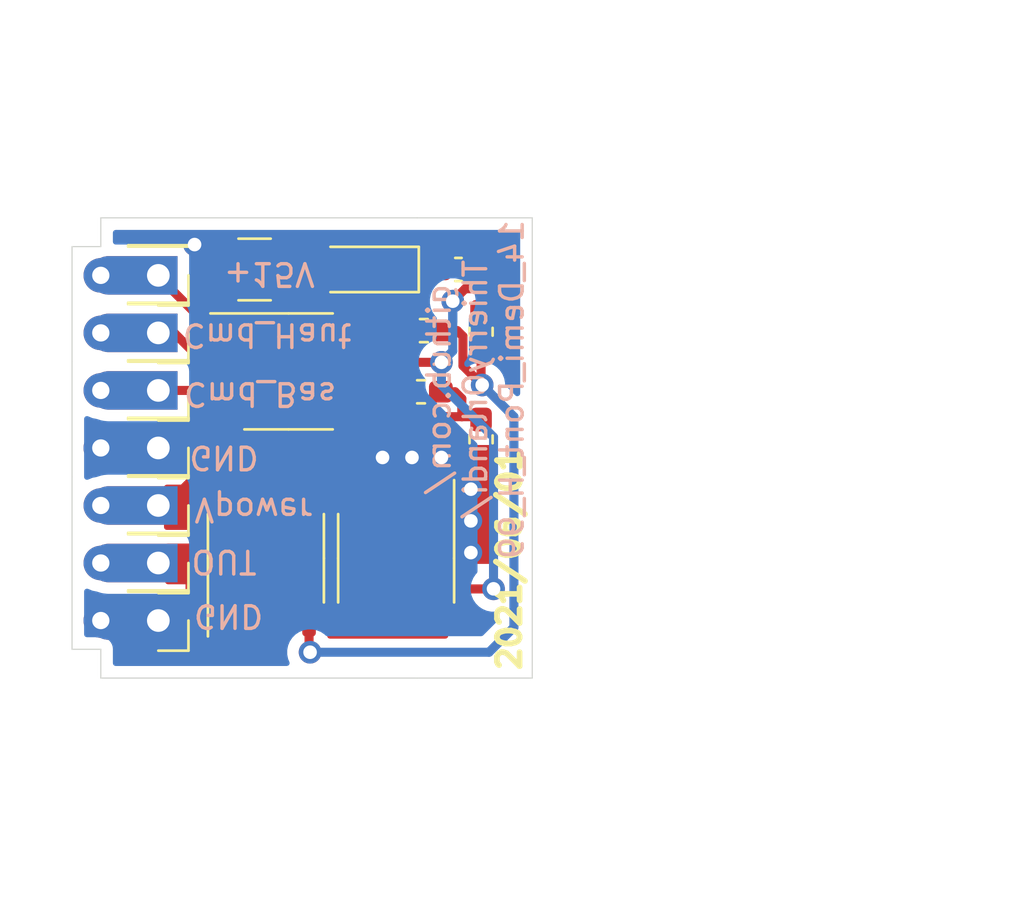
<source format=kicad_pcb>
(kicad_pcb (version 20171130) (host pcbnew "(5.1.9)-1")

  (general
    (thickness 1.6)
    (drawings 39)
    (tracks 139)
    (zones 0)
    (modules 17)
    (nets 12)
  )

  (page A4)
  (layers
    (0 F.Cu signal)
    (31 B.Cu signal)
    (32 B.Adhes user hide)
    (33 F.Adhes user hide)
    (34 B.Paste user hide)
    (35 F.Paste user hide)
    (36 B.SilkS user)
    (37 F.SilkS user)
    (38 B.Mask user hide)
    (39 F.Mask user hide)
    (40 Dwgs.User user hide)
    (41 Cmts.User user hide)
    (42 Eco1.User user)
    (43 Eco2.User user hide)
    (44 Edge.Cuts user)
    (45 Margin user hide)
    (46 B.CrtYd user hide)
    (47 F.CrtYd user)
    (48 B.Fab user hide)
    (49 F.Fab user hide)
  )

  (setup
    (last_trace_width 0.4)
    (trace_clearance 0.2)
    (zone_clearance 0.508)
    (zone_45_only no)
    (trace_min 0.2)
    (via_size 1)
    (via_drill 0.6)
    (via_min_size 0.4)
    (via_min_drill 0.3)
    (uvia_size 0.3)
    (uvia_drill 0.1)
    (uvias_allowed no)
    (uvia_min_size 0.2)
    (uvia_min_drill 0.1)
    (edge_width 0.05)
    (segment_width 0.2)
    (pcb_text_width 0.3)
    (pcb_text_size 1.5 1.5)
    (mod_edge_width 0.12)
    (mod_text_size 1 1)
    (mod_text_width 0.15)
    (pad_size 8.5 8.5)
    (pad_drill 4.3)
    (pad_to_mask_clearance 0.05)
    (aux_axis_origin 0 0)
    (grid_origin 104.14 78.74)
    (visible_elements 7FFFFF7F)
    (pcbplotparams
      (layerselection 0x310fc_ffffffff)
      (usegerberextensions false)
      (usegerberattributes true)
      (usegerberadvancedattributes true)
      (creategerberjobfile false)
      (excludeedgelayer false)
      (linewidth 0.100000)
      (plotframeref false)
      (viasonmask false)
      (mode 1)
      (useauxorigin true)
      (hpglpennumber 1)
      (hpglpenspeed 20)
      (hpglpendiameter 15.000000)
      (psnegative false)
      (psa4output false)
      (plotreference true)
      (plotvalue true)
      (plotinvisibletext false)
      (padsonsilk true)
      (subtractmaskfromsilk false)
      (outputformat 1)
      (mirror false)
      (drillshape 0)
      (scaleselection 1)
      (outputdirectory "gerbers/"))
  )

  (net 0 "")
  (net 1 OUT)
  (net 2 "Net-(Q1-Pad4)")
  (net 3 GND)
  (net 4 "Net-(C1-Pad2)")
  (net 5 +15V)
  (net 6 Cmd_Haut)
  (net 7 Cmd_Bas)
  (net 8 Vpower)
  (net 9 "Net-(Q2-Pad4)")
  (net 10 "Net-(R1-Pad1)")
  (net 11 "Net-(R3-Pad1)")

  (net_class Default "This is the default net class."
    (clearance 0.2)
    (trace_width 0.4)
    (via_dia 1)
    (via_drill 0.6)
    (uvia_dia 0.3)
    (uvia_drill 0.1)
    (add_net +15V)
    (add_net Cmd_Bas)
    (add_net Cmd_Haut)
    (add_net GND)
    (add_net "Net-(C1-Pad2)")
    (add_net "Net-(Q1-Pad4)")
    (add_net "Net-(Q2-Pad4)")
    (add_net "Net-(R1-Pad1)")
    (add_net "Net-(R3-Pad1)")
    (add_net OUT)
    (add_net Vpower)
  )

  (net_class demi-gros ""
    (clearance 0.3)
    (trace_width 0.5)
    (via_dia 1)
    (via_drill 0.6)
    (uvia_dia 0.3)
    (uvia_drill 0.1)
  )

  (net_class gros ""
    (clearance 0.3)
    (trace_width 0.8)
    (via_dia 1)
    (via_drill 0.6)
    (uvia_dia 0.3)
    (uvia_drill 0.1)
  )

  (module Resistor_SMD:R_0603_1608Metric_Pad1.05x0.95mm_HandSolder (layer F.Cu) (tedit 5B301BBD) (tstamp 60787115)
    (at 118.39 70.74 270)
    (descr "Resistor SMD 0603 (1608 Metric), square (rectangular) end terminal, IPC_7351 nominal with elongated pad for handsoldering. (Body size source: http://www.tortai-tech.com/upload/download/2011102023233369053.pdf), generated with kicad-footprint-generator")
    (tags "resistor handsolder")
    (path /60784930)
    (attr smd)
    (fp_text reference R4 (at 0 -1.43 90) (layer F.SilkS) hide
      (effects (font (size 1 1) (thickness 0.15)))
    )
    (fp_text value 100k (at 0 1.43 90) (layer F.Fab)
      (effects (font (size 1 1) (thickness 0.15)))
    )
    (fp_text user %R (at 0 0 90) (layer F.Fab)
      (effects (font (size 0.4 0.4) (thickness 0.06)))
    )
    (fp_line (start -0.8 0.4) (end -0.8 -0.4) (layer F.Fab) (width 0.1))
    (fp_line (start -0.8 -0.4) (end 0.8 -0.4) (layer F.Fab) (width 0.1))
    (fp_line (start 0.8 -0.4) (end 0.8 0.4) (layer F.Fab) (width 0.1))
    (fp_line (start 0.8 0.4) (end -0.8 0.4) (layer F.Fab) (width 0.1))
    (fp_line (start -0.171267 -0.51) (end 0.171267 -0.51) (layer F.SilkS) (width 0.12))
    (fp_line (start -0.171267 0.51) (end 0.171267 0.51) (layer F.SilkS) (width 0.12))
    (fp_line (start -1.65 0.73) (end -1.65 -0.73) (layer F.CrtYd) (width 0.05))
    (fp_line (start -1.65 -0.73) (end 1.65 -0.73) (layer F.CrtYd) (width 0.05))
    (fp_line (start 1.65 -0.73) (end 1.65 0.73) (layer F.CrtYd) (width 0.05))
    (fp_line (start 1.65 0.73) (end -1.65 0.73) (layer F.CrtYd) (width 0.05))
    (pad 2 smd roundrect (at 0.875 0 270) (size 1.05 0.95) (layers F.Cu F.Paste F.Mask) (roundrect_rratio 0.25)
      (net 3 GND))
    (pad 1 smd roundrect (at -0.875 0 270) (size 1.05 0.95) (layers F.Cu F.Paste F.Mask) (roundrect_rratio 0.25)
      (net 9 "Net-(Q2-Pad4)"))
    (model ${KISYS3DMOD}/Resistor_SMD.3dshapes/R_0603_1608Metric.wrl
      (at (xyz 0 0 0))
      (scale (xyz 1 1 1))
      (rotate (xyz 0 0 0))
    )
  )

  (module Resistor_SMD:R_0603_1608Metric_Pad1.05x0.95mm_HandSolder (layer F.Cu) (tedit 5B301BBD) (tstamp 60787126)
    (at 115.74 68.64)
    (descr "Resistor SMD 0603 (1608 Metric), square (rectangular) end terminal, IPC_7351 nominal with elongated pad for handsoldering. (Body size source: http://www.tortai-tech.com/upload/download/2011102023233369053.pdf), generated with kicad-footprint-generator")
    (tags "resistor handsolder")
    (path /60785BC5)
    (attr smd)
    (fp_text reference R3 (at 0 -1.43) (layer F.SilkS) hide
      (effects (font (size 1 1) (thickness 0.15)))
    )
    (fp_text value 47 (at 0 1.43) (layer F.Fab)
      (effects (font (size 1 1) (thickness 0.15)))
    )
    (fp_text user %R (at 0 0) (layer F.Fab)
      (effects (font (size 0.4 0.4) (thickness 0.06)))
    )
    (fp_line (start -0.8 0.4) (end -0.8 -0.4) (layer F.Fab) (width 0.1))
    (fp_line (start -0.8 -0.4) (end 0.8 -0.4) (layer F.Fab) (width 0.1))
    (fp_line (start 0.8 -0.4) (end 0.8 0.4) (layer F.Fab) (width 0.1))
    (fp_line (start 0.8 0.4) (end -0.8 0.4) (layer F.Fab) (width 0.1))
    (fp_line (start -0.171267 -0.51) (end 0.171267 -0.51) (layer F.SilkS) (width 0.12))
    (fp_line (start -0.171267 0.51) (end 0.171267 0.51) (layer F.SilkS) (width 0.12))
    (fp_line (start -1.65 0.73) (end -1.65 -0.73) (layer F.CrtYd) (width 0.05))
    (fp_line (start -1.65 -0.73) (end 1.65 -0.73) (layer F.CrtYd) (width 0.05))
    (fp_line (start 1.65 -0.73) (end 1.65 0.73) (layer F.CrtYd) (width 0.05))
    (fp_line (start 1.65 0.73) (end -1.65 0.73) (layer F.CrtYd) (width 0.05))
    (pad 2 smd roundrect (at 0.875 0) (size 1.05 0.95) (layers F.Cu F.Paste F.Mask) (roundrect_rratio 0.25)
      (net 9 "Net-(Q2-Pad4)"))
    (pad 1 smd roundrect (at -0.875 0) (size 1.05 0.95) (layers F.Cu F.Paste F.Mask) (roundrect_rratio 0.25)
      (net 11 "Net-(R3-Pad1)"))
    (model ${KISYS3DMOD}/Resistor_SMD.3dshapes/R_0603_1608Metric.wrl
      (at (xyz 0 0 0))
      (scale (xyz 1 1 1))
      (rotate (xyz 0 0 0))
    )
  )

  (module Package_SO:SOIC-8_3.9x4.9mm_P1.27mm (layer F.Cu) (tedit 5D9F72B1) (tstamp 60791E40)
    (at 114.64 75.99 270)
    (descr "SOIC, 8 Pin (JEDEC MS-012AA, https://www.analog.com/media/en/package-pcb-resources/package/pkg_pdf/soic_narrow-r/r_8.pdf), generated with kicad-footprint-generator ipc_gullwing_generator.py")
    (tags "SOIC SO")
    (path /6078CBA9)
    (attr smd)
    (fp_text reference Q2 (at 0 -3.4 90) (layer F.SilkS) hide
      (effects (font (size 1 1) (thickness 0.15)))
    )
    (fp_text value FDS8884 (at 0 3.4 90) (layer F.Fab)
      (effects (font (size 1 1) (thickness 0.15)))
    )
    (fp_text user %R (at 0 0 90) (layer F.Fab)
      (effects (font (size 0.98 0.98) (thickness 0.15)))
    )
    (fp_line (start 0 2.56) (end 1.95 2.56) (layer F.SilkS) (width 0.12))
    (fp_line (start 0 2.56) (end -1.95 2.56) (layer F.SilkS) (width 0.12))
    (fp_line (start 0 -2.56) (end 1.95 -2.56) (layer F.SilkS) (width 0.12))
    (fp_line (start 0 -2.56) (end -3.45 -2.56) (layer F.SilkS) (width 0.12))
    (fp_line (start -0.975 -2.45) (end 1.95 -2.45) (layer F.Fab) (width 0.1))
    (fp_line (start 1.95 -2.45) (end 1.95 2.45) (layer F.Fab) (width 0.1))
    (fp_line (start 1.95 2.45) (end -1.95 2.45) (layer F.Fab) (width 0.1))
    (fp_line (start -1.95 2.45) (end -1.95 -1.475) (layer F.Fab) (width 0.1))
    (fp_line (start -1.95 -1.475) (end -0.975 -2.45) (layer F.Fab) (width 0.1))
    (fp_line (start -3.7 -2.7) (end -3.7 2.7) (layer F.CrtYd) (width 0.05))
    (fp_line (start -3.7 2.7) (end 3.7 2.7) (layer F.CrtYd) (width 0.05))
    (fp_line (start 3.7 2.7) (end 3.7 -2.7) (layer F.CrtYd) (width 0.05))
    (fp_line (start 3.7 -2.7) (end -3.7 -2.7) (layer F.CrtYd) (width 0.05))
    (pad 8 smd roundrect (at 2.475 -1.905 270) (size 1.95 0.6) (layers F.Cu F.Paste F.Mask) (roundrect_rratio 0.25)
      (net 1 OUT))
    (pad 7 smd roundrect (at 2.475 -0.635 270) (size 1.95 0.6) (layers F.Cu F.Paste F.Mask) (roundrect_rratio 0.25)
      (net 1 OUT))
    (pad 6 smd roundrect (at 2.475 0.635 270) (size 1.95 0.6) (layers F.Cu F.Paste F.Mask) (roundrect_rratio 0.25)
      (net 1 OUT))
    (pad 5 smd roundrect (at 2.475 1.905 270) (size 1.95 0.6) (layers F.Cu F.Paste F.Mask) (roundrect_rratio 0.25)
      (net 1 OUT))
    (pad 4 smd roundrect (at -2.475 1.905 270) (size 1.95 0.6) (layers F.Cu F.Paste F.Mask) (roundrect_rratio 0.25)
      (net 9 "Net-(Q2-Pad4)"))
    (pad 3 smd roundrect (at -2.475 0.635 270) (size 1.95 0.6) (layers F.Cu F.Paste F.Mask) (roundrect_rratio 0.25)
      (net 3 GND))
    (pad 2 smd roundrect (at -2.475 -0.635 270) (size 1.95 0.6) (layers F.Cu F.Paste F.Mask) (roundrect_rratio 0.25)
      (net 3 GND))
    (pad 1 smd roundrect (at -2.475 -1.905 270) (size 1.95 0.6) (layers F.Cu F.Paste F.Mask) (roundrect_rratio 0.25)
      (net 3 GND))
    (model ${KISYS3DMOD}/Package_SO.3dshapes/SOIC-8_3.9x4.9mm_P1.27mm.wrl
      (at (xyz 0 0 0))
      (scale (xyz 1 1 1))
      (rotate (xyz 0 0 0))
    )
  )

  (module Capacitor_SMD:C_0603_1608Metric (layer F.Cu) (tedit 5F68FEEE) (tstamp 60B5AEE2)
    (at 117.39 63.24 180)
    (descr "Capacitor SMD 0603 (1608 Metric), square (rectangular) end terminal, IPC_7351 nominal, (Body size source: IPC-SM-782 page 76, https://www.pcb-3d.com/wordpress/wp-content/uploads/ipc-sm-782a_amendment_1_and_2.pdf), generated with kicad-footprint-generator")
    (tags capacitor)
    (path /60B6D1A2)
    (attr smd)
    (fp_text reference C1 (at 0 -1.43) (layer F.SilkS) hide
      (effects (font (size 1 1) (thickness 0.15)))
    )
    (fp_text value 100nF (at 0 1.43) (layer F.Fab)
      (effects (font (size 1 1) (thickness 0.15)))
    )
    (fp_text user %R (at 0 0) (layer F.Fab)
      (effects (font (size 0.4 0.4) (thickness 0.06)))
    )
    (fp_line (start -0.8 0.4) (end -0.8 -0.4) (layer F.Fab) (width 0.1))
    (fp_line (start -0.8 -0.4) (end 0.8 -0.4) (layer F.Fab) (width 0.1))
    (fp_line (start 0.8 -0.4) (end 0.8 0.4) (layer F.Fab) (width 0.1))
    (fp_line (start 0.8 0.4) (end -0.8 0.4) (layer F.Fab) (width 0.1))
    (fp_line (start -0.14058 -0.51) (end 0.14058 -0.51) (layer F.SilkS) (width 0.12))
    (fp_line (start -0.14058 0.51) (end 0.14058 0.51) (layer F.SilkS) (width 0.12))
    (fp_line (start -1.48 0.73) (end -1.48 -0.73) (layer F.CrtYd) (width 0.05))
    (fp_line (start -1.48 -0.73) (end 1.48 -0.73) (layer F.CrtYd) (width 0.05))
    (fp_line (start 1.48 -0.73) (end 1.48 0.73) (layer F.CrtYd) (width 0.05))
    (fp_line (start 1.48 0.73) (end -1.48 0.73) (layer F.CrtYd) (width 0.05))
    (pad 2 smd roundrect (at 0.775 0 180) (size 0.9 0.95) (layers F.Cu F.Paste F.Mask) (roundrect_rratio 0.25)
      (net 4 "Net-(C1-Pad2)"))
    (pad 1 smd roundrect (at -0.775 0 180) (size 0.9 0.95) (layers F.Cu F.Paste F.Mask) (roundrect_rratio 0.25)
      (net 1 OUT))
    (model ${KISYS3DMOD}/Capacitor_SMD.3dshapes/C_0603_1608Metric.wrl
      (at (xyz 0 0 0))
      (scale (xyz 1 1 1))
      (rotate (xyz 0 0 0))
    )
  )

  (module Capacitor_SMD:C_1210_3225Metric (layer F.Cu) (tedit 5F68FEEE) (tstamp 60B5AEF3)
    (at 108.39 63.24 180)
    (descr "Capacitor SMD 1210 (3225 Metric), square (rectangular) end terminal, IPC_7351 nominal, (Body size source: IPC-SM-782 page 76, https://www.pcb-3d.com/wordpress/wp-content/uploads/ipc-sm-782a_amendment_1_and_2.pdf), generated with kicad-footprint-generator")
    (tags capacitor)
    (path /60B6B85D)
    (attr smd)
    (fp_text reference C2 (at 0 -2.3) (layer F.SilkS) hide
      (effects (font (size 1 1) (thickness 0.15)))
    )
    (fp_text value 10uF/50V (at 0 2.3) (layer F.Fab)
      (effects (font (size 1 1) (thickness 0.15)))
    )
    (fp_text user %R (at 0 0) (layer F.Fab)
      (effects (font (size 0.8 0.8) (thickness 0.12)))
    )
    (fp_line (start -1.6 1.25) (end -1.6 -1.25) (layer F.Fab) (width 0.1))
    (fp_line (start -1.6 -1.25) (end 1.6 -1.25) (layer F.Fab) (width 0.1))
    (fp_line (start 1.6 -1.25) (end 1.6 1.25) (layer F.Fab) (width 0.1))
    (fp_line (start 1.6 1.25) (end -1.6 1.25) (layer F.Fab) (width 0.1))
    (fp_line (start -0.711252 -1.36) (end 0.711252 -1.36) (layer F.SilkS) (width 0.12))
    (fp_line (start -0.711252 1.36) (end 0.711252 1.36) (layer F.SilkS) (width 0.12))
    (fp_line (start -2.3 1.6) (end -2.3 -1.6) (layer F.CrtYd) (width 0.05))
    (fp_line (start -2.3 -1.6) (end 2.3 -1.6) (layer F.CrtYd) (width 0.05))
    (fp_line (start 2.3 -1.6) (end 2.3 1.6) (layer F.CrtYd) (width 0.05))
    (fp_line (start 2.3 1.6) (end -2.3 1.6) (layer F.CrtYd) (width 0.05))
    (pad 2 smd roundrect (at 1.475 0 180) (size 1.15 2.7) (layers F.Cu F.Paste F.Mask) (roundrect_rratio 0.217391)
      (net 3 GND))
    (pad 1 smd roundrect (at -1.475 0 180) (size 1.15 2.7) (layers F.Cu F.Paste F.Mask) (roundrect_rratio 0.217391)
      (net 5 +15V))
    (model ${KISYS3DMOD}/Capacitor_SMD.3dshapes/C_1210_3225Metric.wrl
      (at (xyz 0 0 0))
      (scale (xyz 1 1 1))
      (rotate (xyz 0 0 0))
    )
  )

  (module Diode_SMD:D_SOD-123 (layer F.Cu) (tedit 58645DC7) (tstamp 60B5AF0C)
    (at 113.39 63.24 180)
    (descr SOD-123)
    (tags SOD-123)
    (path /60B6F86A)
    (attr smd)
    (fp_text reference D1 (at 0 -2) (layer F.SilkS) hide
      (effects (font (size 1 1) (thickness 0.15)))
    )
    (fp_text value B5819W (at 0 2.1) (layer F.Fab)
      (effects (font (size 1 1) (thickness 0.15)))
    )
    (fp_text user %R (at 0 -2) (layer F.Fab)
      (effects (font (size 1 1) (thickness 0.15)))
    )
    (fp_line (start -2.25 -1) (end -2.25 1) (layer F.SilkS) (width 0.12))
    (fp_line (start 0.25 0) (end 0.75 0) (layer F.Fab) (width 0.1))
    (fp_line (start 0.25 0.4) (end -0.35 0) (layer F.Fab) (width 0.1))
    (fp_line (start 0.25 -0.4) (end 0.25 0.4) (layer F.Fab) (width 0.1))
    (fp_line (start -0.35 0) (end 0.25 -0.4) (layer F.Fab) (width 0.1))
    (fp_line (start -0.35 0) (end -0.35 0.55) (layer F.Fab) (width 0.1))
    (fp_line (start -0.35 0) (end -0.35 -0.55) (layer F.Fab) (width 0.1))
    (fp_line (start -0.75 0) (end -0.35 0) (layer F.Fab) (width 0.1))
    (fp_line (start -1.4 0.9) (end -1.4 -0.9) (layer F.Fab) (width 0.1))
    (fp_line (start 1.4 0.9) (end -1.4 0.9) (layer F.Fab) (width 0.1))
    (fp_line (start 1.4 -0.9) (end 1.4 0.9) (layer F.Fab) (width 0.1))
    (fp_line (start -1.4 -0.9) (end 1.4 -0.9) (layer F.Fab) (width 0.1))
    (fp_line (start -2.35 -1.15) (end 2.35 -1.15) (layer F.CrtYd) (width 0.05))
    (fp_line (start 2.35 -1.15) (end 2.35 1.15) (layer F.CrtYd) (width 0.05))
    (fp_line (start 2.35 1.15) (end -2.35 1.15) (layer F.CrtYd) (width 0.05))
    (fp_line (start -2.35 -1.15) (end -2.35 1.15) (layer F.CrtYd) (width 0.05))
    (fp_line (start -2.25 1) (end 1.65 1) (layer F.SilkS) (width 0.12))
    (fp_line (start -2.25 -1) (end 1.65 -1) (layer F.SilkS) (width 0.12))
    (pad 2 smd rect (at 1.65 0 180) (size 0.9 1.2) (layers F.Cu F.Paste F.Mask)
      (net 5 +15V))
    (pad 1 smd rect (at -1.65 0 180) (size 0.9 1.2) (layers F.Cu F.Paste F.Mask)
      (net 4 "Net-(C1-Pad2)"))
    (model ${KISYS3DMOD}/Diode_SMD.3dshapes/D_SOD-123.wrl
      (at (xyz 0 0 0))
      (scale (xyz 1 1 1))
      (rotate (xyz 0 0 0))
    )
  )

  (module Package_SO:SOIC-8_3.9x4.9mm_P1.27mm (layer F.Cu) (tedit 5D9F72B1) (tstamp 60B5AF59)
    (at 108.89 75.99 90)
    (descr "SOIC, 8 Pin (JEDEC MS-012AA, https://www.analog.com/media/en/package-pcb-resources/package/pkg_pdf/soic_narrow-r/r_8.pdf), generated with kicad-footprint-generator ipc_gullwing_generator.py")
    (tags "SOIC SO")
    (path /60B53179)
    (attr smd)
    (fp_text reference Q1 (at 0 -3.4 90) (layer F.SilkS) hide
      (effects (font (size 1 1) (thickness 0.15)))
    )
    (fp_text value FDS8884 (at 0 3.4 90) (layer F.Fab)
      (effects (font (size 1 1) (thickness 0.15)))
    )
    (fp_text user %R (at 0 0 90) (layer F.Fab)
      (effects (font (size 0.98 0.98) (thickness 0.15)))
    )
    (fp_line (start 0 2.56) (end 1.95 2.56) (layer F.SilkS) (width 0.12))
    (fp_line (start 0 2.56) (end -1.95 2.56) (layer F.SilkS) (width 0.12))
    (fp_line (start 0 -2.56) (end 1.95 -2.56) (layer F.SilkS) (width 0.12))
    (fp_line (start 0 -2.56) (end -3.45 -2.56) (layer F.SilkS) (width 0.12))
    (fp_line (start -0.975 -2.45) (end 1.95 -2.45) (layer F.Fab) (width 0.1))
    (fp_line (start 1.95 -2.45) (end 1.95 2.45) (layer F.Fab) (width 0.1))
    (fp_line (start 1.95 2.45) (end -1.95 2.45) (layer F.Fab) (width 0.1))
    (fp_line (start -1.95 2.45) (end -1.95 -1.475) (layer F.Fab) (width 0.1))
    (fp_line (start -1.95 -1.475) (end -0.975 -2.45) (layer F.Fab) (width 0.1))
    (fp_line (start -3.7 -2.7) (end -3.7 2.7) (layer F.CrtYd) (width 0.05))
    (fp_line (start -3.7 2.7) (end 3.7 2.7) (layer F.CrtYd) (width 0.05))
    (fp_line (start 3.7 2.7) (end 3.7 -2.7) (layer F.CrtYd) (width 0.05))
    (fp_line (start 3.7 -2.7) (end -3.7 -2.7) (layer F.CrtYd) (width 0.05))
    (pad 8 smd roundrect (at 2.475 -1.905 90) (size 1.95 0.6) (layers F.Cu F.Paste F.Mask) (roundrect_rratio 0.25)
      (net 8 Vpower))
    (pad 7 smd roundrect (at 2.475 -0.635 90) (size 1.95 0.6) (layers F.Cu F.Paste F.Mask) (roundrect_rratio 0.25)
      (net 8 Vpower))
    (pad 6 smd roundrect (at 2.475 0.635 90) (size 1.95 0.6) (layers F.Cu F.Paste F.Mask) (roundrect_rratio 0.25)
      (net 8 Vpower))
    (pad 5 smd roundrect (at 2.475 1.905 90) (size 1.95 0.6) (layers F.Cu F.Paste F.Mask) (roundrect_rratio 0.25)
      (net 8 Vpower))
    (pad 4 smd roundrect (at -2.475 1.905 90) (size 1.95 0.6) (layers F.Cu F.Paste F.Mask) (roundrect_rratio 0.25)
      (net 2 "Net-(Q1-Pad4)"))
    (pad 3 smd roundrect (at -2.475 0.635 90) (size 1.95 0.6) (layers F.Cu F.Paste F.Mask) (roundrect_rratio 0.25)
      (net 1 OUT))
    (pad 2 smd roundrect (at -2.475 -0.635 90) (size 1.95 0.6) (layers F.Cu F.Paste F.Mask) (roundrect_rratio 0.25)
      (net 1 OUT))
    (pad 1 smd roundrect (at -2.475 -1.905 90) (size 1.95 0.6) (layers F.Cu F.Paste F.Mask) (roundrect_rratio 0.25)
      (net 1 OUT))
    (model ${KISYS3DMOD}/Package_SO.3dshapes/SOIC-8_3.9x4.9mm_P1.27mm.wrl
      (at (xyz 0 0 0))
      (scale (xyz 1 1 1))
      (rotate (xyz 0 0 0))
    )
  )

  (module Resistor_SMD:R_0603_1608Metric_Pad1.05x0.95mm_HandSolder (layer F.Cu) (tedit 5B301BBD) (tstamp 60B5AF6A)
    (at 115.865 65.94)
    (descr "Resistor SMD 0603 (1608 Metric), square (rectangular) end terminal, IPC_7351 nominal with elongated pad for handsoldering. (Body size source: http://www.tortai-tech.com/upload/download/2011102023233369053.pdf), generated with kicad-footprint-generator")
    (tags "resistor handsolder")
    (path /60B5316F)
    (attr smd)
    (fp_text reference R1 (at 0 -1.43) (layer F.SilkS) hide
      (effects (font (size 1 1) (thickness 0.15)))
    )
    (fp_text value 47 (at 0 1.43) (layer F.Fab)
      (effects (font (size 1 1) (thickness 0.15)))
    )
    (fp_text user %R (at 0 0) (layer F.Fab)
      (effects (font (size 0.4 0.4) (thickness 0.06)))
    )
    (fp_line (start -0.8 0.4) (end -0.8 -0.4) (layer F.Fab) (width 0.1))
    (fp_line (start -0.8 -0.4) (end 0.8 -0.4) (layer F.Fab) (width 0.1))
    (fp_line (start 0.8 -0.4) (end 0.8 0.4) (layer F.Fab) (width 0.1))
    (fp_line (start 0.8 0.4) (end -0.8 0.4) (layer F.Fab) (width 0.1))
    (fp_line (start -0.171267 -0.51) (end 0.171267 -0.51) (layer F.SilkS) (width 0.12))
    (fp_line (start -0.171267 0.51) (end 0.171267 0.51) (layer F.SilkS) (width 0.12))
    (fp_line (start -1.65 0.73) (end -1.65 -0.73) (layer F.CrtYd) (width 0.05))
    (fp_line (start -1.65 -0.73) (end 1.65 -0.73) (layer F.CrtYd) (width 0.05))
    (fp_line (start 1.65 -0.73) (end 1.65 0.73) (layer F.CrtYd) (width 0.05))
    (fp_line (start 1.65 0.73) (end -1.65 0.73) (layer F.CrtYd) (width 0.05))
    (pad 2 smd roundrect (at 0.875 0) (size 1.05 0.95) (layers F.Cu F.Paste F.Mask) (roundrect_rratio 0.25)
      (net 2 "Net-(Q1-Pad4)"))
    (pad 1 smd roundrect (at -0.875 0) (size 1.05 0.95) (layers F.Cu F.Paste F.Mask) (roundrect_rratio 0.25)
      (net 10 "Net-(R1-Pad1)"))
    (model ${KISYS3DMOD}/Resistor_SMD.3dshapes/R_0603_1608Metric.wrl
      (at (xyz 0 0 0))
      (scale (xyz 1 1 1))
      (rotate (xyz 0 0 0))
    )
  )

  (module Resistor_SMD:R_0603_1608Metric_Pad1.05x0.95mm_HandSolder (layer F.Cu) (tedit 5B301BBD) (tstamp 60B5AF7B)
    (at 118.39 65.99 90)
    (descr "Resistor SMD 0603 (1608 Metric), square (rectangular) end terminal, IPC_7351 nominal with elongated pad for handsoldering. (Body size source: http://www.tortai-tech.com/upload/download/2011102023233369053.pdf), generated with kicad-footprint-generator")
    (tags "resistor handsolder")
    (path /60B53169)
    (attr smd)
    (fp_text reference R2 (at 0 -1.43 90) (layer F.SilkS) hide
      (effects (font (size 1 1) (thickness 0.15)))
    )
    (fp_text value 100k (at 0 1.43 90) (layer F.Fab)
      (effects (font (size 1 1) (thickness 0.15)))
    )
    (fp_text user %R (at 0 0 90) (layer F.Fab)
      (effects (font (size 0.4 0.4) (thickness 0.06)))
    )
    (fp_line (start -0.8 0.4) (end -0.8 -0.4) (layer F.Fab) (width 0.1))
    (fp_line (start -0.8 -0.4) (end 0.8 -0.4) (layer F.Fab) (width 0.1))
    (fp_line (start 0.8 -0.4) (end 0.8 0.4) (layer F.Fab) (width 0.1))
    (fp_line (start 0.8 0.4) (end -0.8 0.4) (layer F.Fab) (width 0.1))
    (fp_line (start -0.171267 -0.51) (end 0.171267 -0.51) (layer F.SilkS) (width 0.12))
    (fp_line (start -0.171267 0.51) (end 0.171267 0.51) (layer F.SilkS) (width 0.12))
    (fp_line (start -1.65 0.73) (end -1.65 -0.73) (layer F.CrtYd) (width 0.05))
    (fp_line (start -1.65 -0.73) (end 1.65 -0.73) (layer F.CrtYd) (width 0.05))
    (fp_line (start 1.65 -0.73) (end 1.65 0.73) (layer F.CrtYd) (width 0.05))
    (fp_line (start 1.65 0.73) (end -1.65 0.73) (layer F.CrtYd) (width 0.05))
    (pad 2 smd roundrect (at 0.875 0 90) (size 1.05 0.95) (layers F.Cu F.Paste F.Mask) (roundrect_rratio 0.25)
      (net 1 OUT))
    (pad 1 smd roundrect (at -0.875 0 90) (size 1.05 0.95) (layers F.Cu F.Paste F.Mask) (roundrect_rratio 0.25)
      (net 2 "Net-(Q1-Pad4)"))
    (model ${KISYS3DMOD}/Resistor_SMD.3dshapes/R_0603_1608Metric.wrl
      (at (xyz 0 0 0))
      (scale (xyz 1 1 1))
      (rotate (xyz 0 0 0))
    )
  )

  (module Package_SO:SOP-8_3.9x4.9mm_P1.27mm (layer F.Cu) (tedit 5D9F72B1) (tstamp 60B5AF95)
    (at 109.89 67.74)
    (descr "SOP, 8 Pin (http://www.macronix.com/Lists/Datasheet/Attachments/7534/MX25R3235F,%20Wide%20Range,%2032Mb,%20v1.6.pdf#page=79), generated with kicad-footprint-generator ipc_gullwing_generator.py")
    (tags "SOP SO")
    (path /60B5A254)
    (attr smd)
    (fp_text reference U1 (at 0 -3.4) (layer F.SilkS) hide
      (effects (font (size 1 1) (thickness 0.15)))
    )
    (fp_text value IMP3201 (at 0 3.4) (layer F.Fab)
      (effects (font (size 1 1) (thickness 0.15)))
    )
    (fp_text user %R (at 0 0) (layer F.Fab)
      (effects (font (size 0.98 0.98) (thickness 0.15)))
    )
    (fp_line (start 0 2.56) (end 1.95 2.56) (layer F.SilkS) (width 0.12))
    (fp_line (start 0 2.56) (end -1.95 2.56) (layer F.SilkS) (width 0.12))
    (fp_line (start 0 -2.56) (end 1.95 -2.56) (layer F.SilkS) (width 0.12))
    (fp_line (start 0 -2.56) (end -3.45 -2.56) (layer F.SilkS) (width 0.12))
    (fp_line (start -0.975 -2.45) (end 1.95 -2.45) (layer F.Fab) (width 0.1))
    (fp_line (start 1.95 -2.45) (end 1.95 2.45) (layer F.Fab) (width 0.1))
    (fp_line (start 1.95 2.45) (end -1.95 2.45) (layer F.Fab) (width 0.1))
    (fp_line (start -1.95 2.45) (end -1.95 -1.475) (layer F.Fab) (width 0.1))
    (fp_line (start -1.95 -1.475) (end -0.975 -2.45) (layer F.Fab) (width 0.1))
    (fp_line (start -3.7 -2.7) (end -3.7 2.7) (layer F.CrtYd) (width 0.05))
    (fp_line (start -3.7 2.7) (end 3.7 2.7) (layer F.CrtYd) (width 0.05))
    (fp_line (start 3.7 2.7) (end 3.7 -2.7) (layer F.CrtYd) (width 0.05))
    (fp_line (start 3.7 -2.7) (end -3.7 -2.7) (layer F.CrtYd) (width 0.05))
    (pad 8 smd roundrect (at 2.625 -1.905) (size 1.65 0.6) (layers F.Cu F.Paste F.Mask) (roundrect_rratio 0.25)
      (net 4 "Net-(C1-Pad2)"))
    (pad 7 smd roundrect (at 2.625 -0.635) (size 1.65 0.6) (layers F.Cu F.Paste F.Mask) (roundrect_rratio 0.25)
      (net 10 "Net-(R1-Pad1)"))
    (pad 6 smd roundrect (at 2.625 0.635) (size 1.65 0.6) (layers F.Cu F.Paste F.Mask) (roundrect_rratio 0.25)
      (net 1 OUT))
    (pad 5 smd roundrect (at 2.625 1.905) (size 1.65 0.6) (layers F.Cu F.Paste F.Mask) (roundrect_rratio 0.25)
      (net 11 "Net-(R3-Pad1)"))
    (pad 4 smd roundrect (at -2.625 1.905) (size 1.65 0.6) (layers F.Cu F.Paste F.Mask) (roundrect_rratio 0.25)
      (net 3 GND))
    (pad 3 smd roundrect (at -2.625 0.635) (size 1.65 0.6) (layers F.Cu F.Paste F.Mask) (roundrect_rratio 0.25)
      (net 7 Cmd_Bas))
    (pad 2 smd roundrect (at -2.625 -0.635) (size 1.65 0.6) (layers F.Cu F.Paste F.Mask) (roundrect_rratio 0.25)
      (net 6 Cmd_Haut))
    (pad 1 smd roundrect (at -2.625 -1.905) (size 1.65 0.6) (layers F.Cu F.Paste F.Mask) (roundrect_rratio 0.25)
      (net 5 +15V))
    (model ${KISYS3DMOD}/Package_SO.3dshapes/SOP-8_3.9x4.9mm_P1.27mm.wrl
      (at (xyz 0 0 0))
      (scale (xyz 1 1 1))
      (rotate (xyz 0 0 0))
    )
  )

  (module Chimere_mods:Castellated_conn (layer F.Cu) (tedit 60AF96A2) (tstamp 60FED792)
    (at 104.14 66.04 180)
    (descr "Through hole straight pin header, 1x01, 2.54mm pitch, single row + castellated hole")
    (tags "Through hole pin header THT 1x01 2.54mm single row castellated hole")
    (path /6079B82F)
    (fp_text reference J1 (at -3.175 0) (layer F.SilkS) hide
      (effects (font (size 1 1) (thickness 0.15)))
    )
    (fp_text value Conn_01x01 (at 8.89 0) (layer F.Fab)
      (effects (font (size 1 1) (thickness 0.15)))
    )
    (fp_text user %R (at 0 0 180) (layer F.Fab)
      (effects (font (size 1 1) (thickness 0.15)))
    )
    (fp_line (start 2.54 -1.905) (end 2.54 1.905) (layer F.Fab) (width 0.12))
    (fp_line (start -0.635 -1.27) (end 2.54 -1.27) (layer F.Fab) (width 0.1))
    (fp_line (start 2.54 1.27) (end 1.27 1.27) (layer F.Fab) (width 0.1))
    (fp_line (start 1.27 1.27) (end -1.27 1.27) (layer F.Fab) (width 0.1))
    (fp_line (start -1.27 1.27) (end -1.27 -0.635) (layer F.Fab) (width 0.1))
    (fp_line (start -1.27 -0.635) (end -0.635 -1.27) (layer F.Fab) (width 0.1))
    (fp_line (start -1.33 1.33) (end 1.33 1.33) (layer F.SilkS) (width 0.12))
    (fp_line (start -1.33 1.27) (end -1.33 1.33) (layer F.SilkS) (width 0.12))
    (fp_line (start 1.33 1.27) (end 1.33 1.33) (layer F.SilkS) (width 0.12))
    (fp_line (start -1.33 1.27) (end 1.33 1.27) (layer F.SilkS) (width 0.12))
    (fp_line (start -1.33 0) (end -1.33 -1.33) (layer F.SilkS) (width 0.12))
    (fp_line (start -1.33 -1.33) (end 0 -1.33) (layer F.SilkS) (width 0.12))
    (fp_line (start -1.8 -1.27) (end -1.8 1.27) (layer F.CrtYd) (width 0.05))
    (fp_line (start -1.8 1.27) (end 3.81 1.27) (layer F.CrtYd) (width 0.05))
    (fp_line (start 3.81 1.27) (end 3.81 -1.27) (layer F.CrtYd) (width 0.05))
    (fp_line (start 3.81 -1.27) (end -1.8 -1.27) (layer F.CrtYd) (width 0.05))
    (pad 1 thru_hole circle (at 2.54 0 180) (size 1.524 1.524) (drill 0.762) (layers *.Cu *.Mask)
      (net 6 Cmd_Haut))
    (pad 1 thru_hole custom (at 0 0 180) (size 1.7 1.7) (drill 1) (layers *.Cu *.Mask)
      (net 6 Cmd_Haut) (zone_connect 2)
      (options (clearance outline) (anchor rect))
      (primitives
        (gr_line (start 0 0) (end 2.2 0) (width 1.7))
      ))
    (model ${KISYS3DMOD}/Connector_PinHeader_2.54mm.3dshapes/PinHeader_1x01_P2.54mm_Vertical.wrl
      (at (xyz 0 0 0))
      (scale (xyz 1 1 1))
      (rotate (xyz 0 0 0))
    )
  )

  (module Chimere_mods:Castellated_conn (layer F.Cu) (tedit 60AF96A2) (tstamp 60FED7A8)
    (at 104.14 68.58 180)
    (descr "Through hole straight pin header, 1x01, 2.54mm pitch, single row + castellated hole")
    (tags "Through hole pin header THT 1x01 2.54mm single row castellated hole")
    (path /60B62310)
    (fp_text reference J2 (at -3.175 0) (layer F.SilkS) hide
      (effects (font (size 1 1) (thickness 0.15)))
    )
    (fp_text value Conn_01x01 (at 8.89 0) (layer F.Fab)
      (effects (font (size 1 1) (thickness 0.15)))
    )
    (fp_text user %R (at 0 0 180) (layer F.Fab)
      (effects (font (size 1 1) (thickness 0.15)))
    )
    (fp_line (start 2.54 -1.905) (end 2.54 1.905) (layer F.Fab) (width 0.12))
    (fp_line (start -0.635 -1.27) (end 2.54 -1.27) (layer F.Fab) (width 0.1))
    (fp_line (start 2.54 1.27) (end 1.27 1.27) (layer F.Fab) (width 0.1))
    (fp_line (start 1.27 1.27) (end -1.27 1.27) (layer F.Fab) (width 0.1))
    (fp_line (start -1.27 1.27) (end -1.27 -0.635) (layer F.Fab) (width 0.1))
    (fp_line (start -1.27 -0.635) (end -0.635 -1.27) (layer F.Fab) (width 0.1))
    (fp_line (start -1.33 1.33) (end 1.33 1.33) (layer F.SilkS) (width 0.12))
    (fp_line (start -1.33 1.27) (end -1.33 1.33) (layer F.SilkS) (width 0.12))
    (fp_line (start 1.33 1.27) (end 1.33 1.33) (layer F.SilkS) (width 0.12))
    (fp_line (start -1.33 1.27) (end 1.33 1.27) (layer F.SilkS) (width 0.12))
    (fp_line (start -1.33 0) (end -1.33 -1.33) (layer F.SilkS) (width 0.12))
    (fp_line (start -1.33 -1.33) (end 0 -1.33) (layer F.SilkS) (width 0.12))
    (fp_line (start -1.8 -1.27) (end -1.8 1.27) (layer F.CrtYd) (width 0.05))
    (fp_line (start -1.8 1.27) (end 3.81 1.27) (layer F.CrtYd) (width 0.05))
    (fp_line (start 3.81 1.27) (end 3.81 -1.27) (layer F.CrtYd) (width 0.05))
    (fp_line (start 3.81 -1.27) (end -1.8 -1.27) (layer F.CrtYd) (width 0.05))
    (pad 1 thru_hole circle (at 2.54 0 180) (size 1.524 1.524) (drill 0.762) (layers *.Cu *.Mask)
      (net 7 Cmd_Bas))
    (pad 1 thru_hole custom (at 0 0 180) (size 1.7 1.7) (drill 1) (layers *.Cu *.Mask)
      (net 7 Cmd_Bas) (zone_connect 2)
      (options (clearance outline) (anchor rect))
      (primitives
        (gr_line (start 0 0) (end 2.2 0) (width 1.7))
      ))
    (model ${KISYS3DMOD}/Connector_PinHeader_2.54mm.3dshapes/PinHeader_1x01_P2.54mm_Vertical.wrl
      (at (xyz 0 0 0))
      (scale (xyz 1 1 1))
      (rotate (xyz 0 0 0))
    )
  )

  (module Chimere_mods:Castellated_conn (layer F.Cu) (tedit 60AF96A2) (tstamp 60FED7BE)
    (at 104.14 71.12 180)
    (descr "Through hole straight pin header, 1x01, 2.54mm pitch, single row + castellated hole")
    (tags "Through hole pin header THT 1x01 2.54mm single row castellated hole")
    (path /6079BCA3)
    (fp_text reference J3 (at -3.175 0) (layer F.SilkS) hide
      (effects (font (size 1 1) (thickness 0.15)))
    )
    (fp_text value Conn_01x01 (at 8.89 0) (layer F.Fab)
      (effects (font (size 1 1) (thickness 0.15)))
    )
    (fp_text user %R (at 0 0 180) (layer F.Fab)
      (effects (font (size 1 1) (thickness 0.15)))
    )
    (fp_line (start 2.54 -1.905) (end 2.54 1.905) (layer F.Fab) (width 0.12))
    (fp_line (start -0.635 -1.27) (end 2.54 -1.27) (layer F.Fab) (width 0.1))
    (fp_line (start 2.54 1.27) (end 1.27 1.27) (layer F.Fab) (width 0.1))
    (fp_line (start 1.27 1.27) (end -1.27 1.27) (layer F.Fab) (width 0.1))
    (fp_line (start -1.27 1.27) (end -1.27 -0.635) (layer F.Fab) (width 0.1))
    (fp_line (start -1.27 -0.635) (end -0.635 -1.27) (layer F.Fab) (width 0.1))
    (fp_line (start -1.33 1.33) (end 1.33 1.33) (layer F.SilkS) (width 0.12))
    (fp_line (start -1.33 1.27) (end -1.33 1.33) (layer F.SilkS) (width 0.12))
    (fp_line (start 1.33 1.27) (end 1.33 1.33) (layer F.SilkS) (width 0.12))
    (fp_line (start -1.33 1.27) (end 1.33 1.27) (layer F.SilkS) (width 0.12))
    (fp_line (start -1.33 0) (end -1.33 -1.33) (layer F.SilkS) (width 0.12))
    (fp_line (start -1.33 -1.33) (end 0 -1.33) (layer F.SilkS) (width 0.12))
    (fp_line (start -1.8 -1.27) (end -1.8 1.27) (layer F.CrtYd) (width 0.05))
    (fp_line (start -1.8 1.27) (end 3.81 1.27) (layer F.CrtYd) (width 0.05))
    (fp_line (start 3.81 1.27) (end 3.81 -1.27) (layer F.CrtYd) (width 0.05))
    (fp_line (start 3.81 -1.27) (end -1.8 -1.27) (layer F.CrtYd) (width 0.05))
    (pad 1 thru_hole circle (at 2.54 0 180) (size 1.524 1.524) (drill 0.762) (layers *.Cu *.Mask)
      (net 3 GND))
    (pad 1 thru_hole custom (at 0 0 180) (size 1.7 1.7) (drill 1) (layers *.Cu *.Mask)
      (net 3 GND) (zone_connect 2)
      (options (clearance outline) (anchor rect))
      (primitives
        (gr_line (start 0 0) (end 2.2 0) (width 1.7))
      ))
    (model ${KISYS3DMOD}/Connector_PinHeader_2.54mm.3dshapes/PinHeader_1x01_P2.54mm_Vertical.wrl
      (at (xyz 0 0 0))
      (scale (xyz 1 1 1))
      (rotate (xyz 0 0 0))
    )
  )

  (module Chimere_mods:Castellated_conn (layer F.Cu) (tedit 60AF96A2) (tstamp 60FED7D4)
    (at 104.14 63.5 180)
    (descr "Through hole straight pin header, 1x01, 2.54mm pitch, single row + castellated hole")
    (tags "Through hole pin header THT 1x01 2.54mm single row castellated hole")
    (path /606D5E52)
    (fp_text reference J4 (at -3.175 0) (layer F.SilkS) hide
      (effects (font (size 1 1) (thickness 0.15)))
    )
    (fp_text value Conn_01x01 (at 8.89 0) (layer F.Fab)
      (effects (font (size 1 1) (thickness 0.15)))
    )
    (fp_text user %R (at 0 0 180) (layer F.Fab)
      (effects (font (size 1 1) (thickness 0.15)))
    )
    (fp_line (start 2.54 -1.905) (end 2.54 1.905) (layer F.Fab) (width 0.12))
    (fp_line (start -0.635 -1.27) (end 2.54 -1.27) (layer F.Fab) (width 0.1))
    (fp_line (start 2.54 1.27) (end 1.27 1.27) (layer F.Fab) (width 0.1))
    (fp_line (start 1.27 1.27) (end -1.27 1.27) (layer F.Fab) (width 0.1))
    (fp_line (start -1.27 1.27) (end -1.27 -0.635) (layer F.Fab) (width 0.1))
    (fp_line (start -1.27 -0.635) (end -0.635 -1.27) (layer F.Fab) (width 0.1))
    (fp_line (start -1.33 1.33) (end 1.33 1.33) (layer F.SilkS) (width 0.12))
    (fp_line (start -1.33 1.27) (end -1.33 1.33) (layer F.SilkS) (width 0.12))
    (fp_line (start 1.33 1.27) (end 1.33 1.33) (layer F.SilkS) (width 0.12))
    (fp_line (start -1.33 1.27) (end 1.33 1.27) (layer F.SilkS) (width 0.12))
    (fp_line (start -1.33 0) (end -1.33 -1.33) (layer F.SilkS) (width 0.12))
    (fp_line (start -1.33 -1.33) (end 0 -1.33) (layer F.SilkS) (width 0.12))
    (fp_line (start -1.8 -1.27) (end -1.8 1.27) (layer F.CrtYd) (width 0.05))
    (fp_line (start -1.8 1.27) (end 3.81 1.27) (layer F.CrtYd) (width 0.05))
    (fp_line (start 3.81 1.27) (end 3.81 -1.27) (layer F.CrtYd) (width 0.05))
    (fp_line (start 3.81 -1.27) (end -1.8 -1.27) (layer F.CrtYd) (width 0.05))
    (pad 1 thru_hole circle (at 2.54 0 180) (size 1.524 1.524) (drill 0.762) (layers *.Cu *.Mask)
      (net 5 +15V))
    (pad 1 thru_hole custom (at 0 0 180) (size 1.7 1.7) (drill 1) (layers *.Cu *.Mask)
      (net 5 +15V) (zone_connect 2)
      (options (clearance outline) (anchor rect))
      (primitives
        (gr_line (start 0 0) (end 2.2 0) (width 1.7))
      ))
    (model ${KISYS3DMOD}/Connector_PinHeader_2.54mm.3dshapes/PinHeader_1x01_P2.54mm_Vertical.wrl
      (at (xyz 0 0 0))
      (scale (xyz 1 1 1))
      (rotate (xyz 0 0 0))
    )
  )

  (module Chimere_mods:Castellated_conn (layer F.Cu) (tedit 60AF96A2) (tstamp 60FED7EA)
    (at 104.14 73.66 180)
    (descr "Through hole straight pin header, 1x01, 2.54mm pitch, single row + castellated hole")
    (tags "Through hole pin header THT 1x01 2.54mm single row castellated hole")
    (path /606CE97F)
    (fp_text reference J5 (at -3.175 0) (layer F.SilkS) hide
      (effects (font (size 1 1) (thickness 0.15)))
    )
    (fp_text value Conn_01x01 (at 8.89 0) (layer F.Fab)
      (effects (font (size 1 1) (thickness 0.15)))
    )
    (fp_text user %R (at 0 0 180) (layer F.Fab)
      (effects (font (size 1 1) (thickness 0.15)))
    )
    (fp_line (start 2.54 -1.905) (end 2.54 1.905) (layer F.Fab) (width 0.12))
    (fp_line (start -0.635 -1.27) (end 2.54 -1.27) (layer F.Fab) (width 0.1))
    (fp_line (start 2.54 1.27) (end 1.27 1.27) (layer F.Fab) (width 0.1))
    (fp_line (start 1.27 1.27) (end -1.27 1.27) (layer F.Fab) (width 0.1))
    (fp_line (start -1.27 1.27) (end -1.27 -0.635) (layer F.Fab) (width 0.1))
    (fp_line (start -1.27 -0.635) (end -0.635 -1.27) (layer F.Fab) (width 0.1))
    (fp_line (start -1.33 1.33) (end 1.33 1.33) (layer F.SilkS) (width 0.12))
    (fp_line (start -1.33 1.27) (end -1.33 1.33) (layer F.SilkS) (width 0.12))
    (fp_line (start 1.33 1.27) (end 1.33 1.33) (layer F.SilkS) (width 0.12))
    (fp_line (start -1.33 1.27) (end 1.33 1.27) (layer F.SilkS) (width 0.12))
    (fp_line (start -1.33 0) (end -1.33 -1.33) (layer F.SilkS) (width 0.12))
    (fp_line (start -1.33 -1.33) (end 0 -1.33) (layer F.SilkS) (width 0.12))
    (fp_line (start -1.8 -1.27) (end -1.8 1.27) (layer F.CrtYd) (width 0.05))
    (fp_line (start -1.8 1.27) (end 3.81 1.27) (layer F.CrtYd) (width 0.05))
    (fp_line (start 3.81 1.27) (end 3.81 -1.27) (layer F.CrtYd) (width 0.05))
    (fp_line (start 3.81 -1.27) (end -1.8 -1.27) (layer F.CrtYd) (width 0.05))
    (pad 1 thru_hole circle (at 2.54 0 180) (size 1.524 1.524) (drill 0.762) (layers *.Cu *.Mask)
      (net 8 Vpower))
    (pad 1 thru_hole custom (at 0 0 180) (size 1.7 1.7) (drill 1) (layers *.Cu *.Mask)
      (net 8 Vpower) (zone_connect 2)
      (options (clearance outline) (anchor rect))
      (primitives
        (gr_line (start 0 0) (end 2.2 0) (width 1.7))
      ))
    (model ${KISYS3DMOD}/Connector_PinHeader_2.54mm.3dshapes/PinHeader_1x01_P2.54mm_Vertical.wrl
      (at (xyz 0 0 0))
      (scale (xyz 1 1 1))
      (rotate (xyz 0 0 0))
    )
  )

  (module Chimere_mods:Castellated_conn (layer F.Cu) (tedit 60AF96A2) (tstamp 60FED800)
    (at 104.14 76.2 180)
    (descr "Through hole straight pin header, 1x01, 2.54mm pitch, single row + castellated hole")
    (tags "Through hole pin header THT 1x01 2.54mm single row castellated hole")
    (path /606CFC19)
    (fp_text reference J6 (at -3.175 0) (layer F.SilkS) hide
      (effects (font (size 1 1) (thickness 0.15)))
    )
    (fp_text value Conn_01x01 (at 8.89 0) (layer F.Fab)
      (effects (font (size 1 1) (thickness 0.15)))
    )
    (fp_text user %R (at 0 0 180) (layer F.Fab)
      (effects (font (size 1 1) (thickness 0.15)))
    )
    (fp_line (start 2.54 -1.905) (end 2.54 1.905) (layer F.Fab) (width 0.12))
    (fp_line (start -0.635 -1.27) (end 2.54 -1.27) (layer F.Fab) (width 0.1))
    (fp_line (start 2.54 1.27) (end 1.27 1.27) (layer F.Fab) (width 0.1))
    (fp_line (start 1.27 1.27) (end -1.27 1.27) (layer F.Fab) (width 0.1))
    (fp_line (start -1.27 1.27) (end -1.27 -0.635) (layer F.Fab) (width 0.1))
    (fp_line (start -1.27 -0.635) (end -0.635 -1.27) (layer F.Fab) (width 0.1))
    (fp_line (start -1.33 1.33) (end 1.33 1.33) (layer F.SilkS) (width 0.12))
    (fp_line (start -1.33 1.27) (end -1.33 1.33) (layer F.SilkS) (width 0.12))
    (fp_line (start 1.33 1.27) (end 1.33 1.33) (layer F.SilkS) (width 0.12))
    (fp_line (start -1.33 1.27) (end 1.33 1.27) (layer F.SilkS) (width 0.12))
    (fp_line (start -1.33 0) (end -1.33 -1.33) (layer F.SilkS) (width 0.12))
    (fp_line (start -1.33 -1.33) (end 0 -1.33) (layer F.SilkS) (width 0.12))
    (fp_line (start -1.8 -1.27) (end -1.8 1.27) (layer F.CrtYd) (width 0.05))
    (fp_line (start -1.8 1.27) (end 3.81 1.27) (layer F.CrtYd) (width 0.05))
    (fp_line (start 3.81 1.27) (end 3.81 -1.27) (layer F.CrtYd) (width 0.05))
    (fp_line (start 3.81 -1.27) (end -1.8 -1.27) (layer F.CrtYd) (width 0.05))
    (pad 1 thru_hole circle (at 2.54 0 180) (size 1.524 1.524) (drill 0.762) (layers *.Cu *.Mask)
      (net 1 OUT))
    (pad 1 thru_hole custom (at 0 0 180) (size 1.7 1.7) (drill 1) (layers *.Cu *.Mask)
      (net 1 OUT) (zone_connect 2)
      (options (clearance outline) (anchor rect))
      (primitives
        (gr_line (start 0 0) (end 2.2 0) (width 1.7))
      ))
    (model ${KISYS3DMOD}/Connector_PinHeader_2.54mm.3dshapes/PinHeader_1x01_P2.54mm_Vertical.wrl
      (at (xyz 0 0 0))
      (scale (xyz 1 1 1))
      (rotate (xyz 0 0 0))
    )
  )

  (module Chimere_mods:Castellated_conn (layer F.Cu) (tedit 60AF96A2) (tstamp 60FED816)
    (at 104.14 78.74 180)
    (descr "Through hole straight pin header, 1x01, 2.54mm pitch, single row + castellated hole")
    (tags "Through hole pin header THT 1x01 2.54mm single row castellated hole")
    (path /60B7F229)
    (fp_text reference J7 (at -3.175 0) (layer F.SilkS) hide
      (effects (font (size 1 1) (thickness 0.15)))
    )
    (fp_text value Conn_01x01 (at 8.89 0) (layer F.Fab)
      (effects (font (size 1 1) (thickness 0.15)))
    )
    (fp_text user %R (at 0 0 180) (layer F.Fab)
      (effects (font (size 1 1) (thickness 0.15)))
    )
    (fp_line (start 2.54 -1.905) (end 2.54 1.905) (layer F.Fab) (width 0.12))
    (fp_line (start -0.635 -1.27) (end 2.54 -1.27) (layer F.Fab) (width 0.1))
    (fp_line (start 2.54 1.27) (end 1.27 1.27) (layer F.Fab) (width 0.1))
    (fp_line (start 1.27 1.27) (end -1.27 1.27) (layer F.Fab) (width 0.1))
    (fp_line (start -1.27 1.27) (end -1.27 -0.635) (layer F.Fab) (width 0.1))
    (fp_line (start -1.27 -0.635) (end -0.635 -1.27) (layer F.Fab) (width 0.1))
    (fp_line (start -1.33 1.33) (end 1.33 1.33) (layer F.SilkS) (width 0.12))
    (fp_line (start -1.33 1.27) (end -1.33 1.33) (layer F.SilkS) (width 0.12))
    (fp_line (start 1.33 1.27) (end 1.33 1.33) (layer F.SilkS) (width 0.12))
    (fp_line (start -1.33 1.27) (end 1.33 1.27) (layer F.SilkS) (width 0.12))
    (fp_line (start -1.33 0) (end -1.33 -1.33) (layer F.SilkS) (width 0.12))
    (fp_line (start -1.33 -1.33) (end 0 -1.33) (layer F.SilkS) (width 0.12))
    (fp_line (start -1.8 -1.27) (end -1.8 1.27) (layer F.CrtYd) (width 0.05))
    (fp_line (start -1.8 1.27) (end 3.81 1.27) (layer F.CrtYd) (width 0.05))
    (fp_line (start 3.81 1.27) (end 3.81 -1.27) (layer F.CrtYd) (width 0.05))
    (fp_line (start 3.81 -1.27) (end -1.8 -1.27) (layer F.CrtYd) (width 0.05))
    (pad 1 thru_hole circle (at 2.54 0 180) (size 1.524 1.524) (drill 0.762) (layers *.Cu *.Mask)
      (net 3 GND))
    (pad 1 thru_hole custom (at 0 0 180) (size 1.7 1.7) (drill 1) (layers *.Cu *.Mask)
      (net 3 GND) (zone_connect 2)
      (options (clearance outline) (anchor rect))
      (primitives
        (gr_line (start 0 0) (end 2.2 0) (width 1.7))
      ))
    (model ${KISYS3DMOD}/Connector_PinHeader_2.54mm.3dshapes/PinHeader_1x01_P2.54mm_Vertical.wrl
      (at (xyz 0 0 0))
      (scale (xyz 1 1 1))
      (rotate (xyz 0 0 0))
    )
  )

  (gr_text +15V (at 109.04 63.44 180) (layer B.SilkS) (tstamp 60B66113)
    (effects (font (size 1 1) (thickness 0.15)) (justify mirror))
  )
  (gr_text Cmd_Haut (at 108.94 66.14 180) (layer B.SilkS) (tstamp 60B6610C)
    (effects (font (size 1 1) (thickness 0.15)) (justify mirror))
  )
  (gr_text Cmd_Bas (at 108.64 68.74 180) (layer B.SilkS) (tstamp 60B66108)
    (effects (font (size 1 1) (thickness 0.15)) (justify mirror))
  )
  (gr_text Vpower (at 108.34 73.84 180) (layer B.SilkS) (tstamp 60B660E7)
    (effects (font (size 1 1) (thickness 0.15)) (justify mirror))
  )
  (gr_text GND (at 107.24 78.54 180) (layer B.SilkS) (tstamp 60B660E2)
    (effects (font (size 1 1) (thickness 0.15)) (justify mirror))
  )
  (gr_text OUT (at 107.04 76.14 180) (layer B.SilkS) (tstamp 6078723A)
    (effects (font (size 1 1) (thickness 0.15)) (justify mirror))
  )
  (gr_text GND (at 107.04 71.54 180) (layer B.SilkS)
    (effects (font (size 1 1) (thickness 0.15)) (justify mirror))
  )
  (gr_line (start 115.57 60.96) (end 120.65 60.96) (layer Edge.Cuts) (width 0.05) (tstamp 60787A40))
  (gr_line (start 115.57 81.28) (end 120.65 81.28) (layer Edge.Cuts) (width 0.05) (tstamp 60787A3B))
  (gr_line (start 101.6 62.23) (end 101.6 60.96) (layer Edge.Cuts) (width 0.05) (tstamp 6078785C))
  (gr_line (start 100.33 62.23) (end 101.6 62.23) (layer Edge.Cuts) (width 0.05))
  (gr_line (start 100.33 67.31) (end 100.33 62.23) (layer Edge.Cuts) (width 0.05))
  (gr_line (start 100.33 72.39) (end 100.33 67.31) (layer Edge.Cuts) (width 0.05) (tstamp 60787858))
  (dimension 20.32 (width 0.15) (layer Eco1.User)
    (gr_text "20,320 mm" (at 110.49 92.74) (layer Eco1.User)
      (effects (font (size 1 1) (thickness 0.15)))
    )
    (feature1 (pts (xy 120.65 82.55) (xy 120.65 92.026421)))
    (feature2 (pts (xy 100.33 82.55) (xy 100.33 92.026421)))
    (crossbar (pts (xy 100.33 91.44) (xy 120.65 91.44)))
    (arrow1a (pts (xy 120.65 91.44) (xy 119.523496 92.026421)))
    (arrow1b (pts (xy 120.65 91.44) (xy 119.523496 90.853579)))
    (arrow2a (pts (xy 100.33 91.44) (xy 101.456504 92.026421)))
    (arrow2b (pts (xy 100.33 91.44) (xy 101.456504 90.853579)))
  )
  (dimension 2.54 (width 0.15) (layer Eco1.User)
    (gr_text "2,540 mm" (at 102.87 52.04) (layer Eco1.User)
      (effects (font (size 1 1) (thickness 0.15)))
    )
    (feature1 (pts (xy 104.14 59.69) (xy 104.14 52.753579)))
    (feature2 (pts (xy 101.6 59.69) (xy 101.6 52.753579)))
    (crossbar (pts (xy 101.6 53.34) (xy 104.14 53.34)))
    (arrow1a (pts (xy 104.14 53.34) (xy 103.013496 53.926421)))
    (arrow1b (pts (xy 104.14 53.34) (xy 103.013496 52.753579)))
    (arrow2a (pts (xy 101.6 53.34) (xy 102.726504 53.926421)))
    (arrow2b (pts (xy 101.6 53.34) (xy 102.726504 52.753579)))
  )
  (dimension 1.27 (width 0.15) (layer Eco1.User)
    (gr_text "1,270 mm" (at 100.965 54.58) (layer Eco1.User)
      (effects (font (size 1 1) (thickness 0.15)))
    )
    (feature1 (pts (xy 101.6 59.69) (xy 101.6 55.293579)))
    (feature2 (pts (xy 100.33 59.69) (xy 100.33 55.293579)))
    (crossbar (pts (xy 100.33 55.88) (xy 101.6 55.88)))
    (arrow1a (pts (xy 101.6 55.88) (xy 100.473496 56.466421)))
    (arrow1b (pts (xy 101.6 55.88) (xy 100.473496 55.293579)))
    (arrow2a (pts (xy 100.33 55.88) (xy 101.456504 56.466421)))
    (arrow2b (pts (xy 100.33 55.88) (xy 101.456504 55.293579)))
  )
  (dimension 20.32 (width 0.15) (layer Eco1.User)
    (gr_text "20,320 mm" (at 141 71.12 90) (layer Eco1.User)
      (effects (font (size 1 1) (thickness 0.15)))
    )
    (feature1 (pts (xy 130.81 60.96) (xy 140.286421 60.96)))
    (feature2 (pts (xy 130.81 81.28) (xy 140.286421 81.28)))
    (crossbar (pts (xy 139.7 81.28) (xy 139.7 60.96)))
    (arrow1a (pts (xy 139.7 60.96) (xy 140.286421 62.086504)))
    (arrow1b (pts (xy 139.7 60.96) (xy 139.113579 62.086504)))
    (arrow2a (pts (xy 139.7 81.28) (xy 140.286421 80.153496)))
    (arrow2b (pts (xy 139.7 81.28) (xy 139.113579 80.153496)))
  )
  (gr_line (start 120.65 60.96) (end 120.65 81.28) (layer Edge.Cuts) (width 0.05))
  (gr_line (start 101.6 60.96) (end 115.57 60.96) (layer Edge.Cuts) (width 0.05))
  (gr_line (start 101.6 80.01) (end 101.6 81.28) (layer Edge.Cuts) (width 0.05))
  (gr_line (start 100.33 80.01) (end 101.6 80.01) (layer Edge.Cuts) (width 0.05))
  (gr_text "github.com/\nThierryOrlandi/\n14_Demi_Pont_H_99" (at 118.14 68.54 90) (layer B.SilkS)
    (effects (font (size 1 1) (thickness 0.15)) (justify mirror))
  )
  (gr_line (start 115.57 81.28) (end 101.6 81.28) (layer Edge.Cuts) (width 0.05) (tstamp 5FE22F2E))
  (gr_line (start 100.33 80.01) (end 100.33 72.39) (layer Edge.Cuts) (width 0.05))
  (gr_line (start 143.1925 57.785) (end 143.1925 141.5415) (layer Dwgs.User) (width 0.15))
  (gr_line (start 91.3515 94.4245) (end 207.3275 94.4245) (layer Dwgs.User) (width 0.15))
  (dimension 36.557 (width 0.15) (layer Dwgs.User)
    (gr_text "36,557 mm" (at 76.424 76.146 270) (layer Dwgs.User)
      (effects (font (size 1 1) (thickness 0.15)))
    )
    (feature1 (pts (xy 91.3515 94.4245) (xy 77.137579 94.4245)))
    (feature2 (pts (xy 91.3515 57.8675) (xy 77.137579 57.8675)))
    (crossbar (pts (xy 77.724 57.8675) (xy 77.724 94.4245)))
    (arrow1a (pts (xy 77.724 94.4245) (xy 77.137579 93.297996)))
    (arrow1b (pts (xy 77.724 94.4245) (xy 78.310421 93.297996)))
    (arrow2a (pts (xy 77.724 57.8675) (xy 77.137579 58.994004)))
    (arrow2b (pts (xy 77.724 57.8675) (xy 78.310421 58.994004)))
  )
  (dimension 51.816 (width 0.15) (layer Dwgs.User)
    (gr_text "51,816 mm" (at 117.2845 48.357) (layer Dwgs.User)
      (effects (font (size 1 1) (thickness 0.15)))
    )
    (feature1 (pts (xy 143.1925 57.8485) (xy 143.1925 49.070579)))
    (feature2 (pts (xy 91.3765 57.8485) (xy 91.3765 49.070579)))
    (crossbar (pts (xy 91.3765 49.657) (xy 143.1925 49.657)))
    (arrow1a (pts (xy 143.1925 49.657) (xy 142.065996 50.243421)))
    (arrow1b (pts (xy 143.1925 49.657) (xy 142.065996 49.070579)))
    (arrow2a (pts (xy 91.3765 49.657) (xy 92.503004 50.243421)))
    (arrow2b (pts (xy 91.3765 49.657) (xy 92.503004 49.070579)))
  )
  (dimension 73.018999 (width 0.15) (layer Dwgs.User)
    (gr_text "73,019 mm" (at 88.108 94.357999 270) (layer Dwgs.User)
      (effects (font (size 1 1) (thickness 0.15)))
    )
    (feature1 (pts (xy 91.3765 130.867499) (xy 88.821579 130.867499)))
    (feature2 (pts (xy 91.3765 57.8485) (xy 88.821579 57.8485)))
    (crossbar (pts (xy 89.408 57.8485) (xy 89.408 130.867499)))
    (arrow1a (pts (xy 89.408 130.867499) (xy 88.821579 129.740995)))
    (arrow1b (pts (xy 89.408 130.867499) (xy 89.994421 129.740995)))
    (arrow2a (pts (xy 89.408 57.8485) (xy 88.821579 58.975004)))
    (arrow2b (pts (xy 89.408 57.8485) (xy 89.994421 58.975004)))
  )
  (dimension 103.575 (width 0.15) (layer Dwgs.User)
    (gr_text "103,575 mm" (at 143.164 45.817) (layer Dwgs.User)
      (effects (font (size 1 1) (thickness 0.15)))
    )
    (feature1 (pts (xy 194.9515 57.8485) (xy 194.9515 46.530579)))
    (feature2 (pts (xy 91.3765 57.8485) (xy 91.3765 46.530579)))
    (crossbar (pts (xy 91.3765 47.117) (xy 194.9515 47.117)))
    (arrow1a (pts (xy 194.9515 47.117) (xy 193.824996 47.703421)))
    (arrow1b (pts (xy 194.9515 47.117) (xy 193.824996 46.530579)))
    (arrow2a (pts (xy 91.3765 47.117) (xy 92.503004 47.703421)))
    (arrow2b (pts (xy 91.3765 47.117) (xy 92.503004 46.530579)))
  )
  (gr_text 2021/06/01 (at 119.64 76.04 90) (layer F.SilkS) (tstamp 5F31397C)
    (effects (font (size 1 1) (thickness 0.25)))
  )
  (gr_line (start 187.0075 51.562) (end 187.0075 152.654) (layer Dwgs.User) (width 0.15))
  (gr_line (start 187.0075 82.8675) (end 187.0075 51.562) (layer Dwgs.User) (width 0.15))
  (gr_line (start 99.2505 28.956) (end 99.2505 144.7165) (layer Dwgs.User) (width 0.15))
  (gr_line (start 99.2505 82.7405) (end 99.2505 28.956) (layer Dwgs.User) (width 0.15))
  (gr_line (start 132.7785 61.214) (end 196.342 61.214) (layer Dwgs.User) (width 0.15))
  (gr_line (start 145.288 51.562) (end 135.382 51.562) (layer Dwgs.User) (width 0.15))
  (gr_line (start 145.288 75.1205) (end 145.288 51.562) (layer Dwgs.User) (width 0.15))
  (gr_line (start 135.3185 75.057) (end 135.3185 51.308) (layer Dwgs.User) (width 0.15))

  (segment (start 116.545 76.665) (end 116.08 76.2) (width 0.4) (layer F.Cu) (net 1))
  (segment (start 115.275 76.305) (end 115.38 76.2) (width 0.4) (layer F.Cu) (net 1))
  (segment (start 115.38 76.2) (end 116.08 76.2) (width 0.4) (layer F.Cu) (net 1))
  (segment (start 115.275 78.465) (end 115.275 76.305) (width 0.4) (layer F.Cu) (net 1))
  (segment (start 114.005 76.305) (end 113.9 76.2) (width 0.4) (layer F.Cu) (net 1))
  (segment (start 114.005 78.465) (end 114.005 76.305) (width 0.4) (layer F.Cu) (net 1))
  (segment (start 113.9 76.2) (end 115.38 76.2) (width 0.4) (layer F.Cu) (net 1))
  (segment (start 112.735 76.335) (end 112.6 76.2) (width 0.4) (layer F.Cu) (net 1))
  (segment (start 112.735 78.465) (end 112.735 76.335) (width 0.4) (layer F.Cu) (net 1))
  (segment (start 112.6 76.2) (end 113.9 76.2) (width 0.4) (layer F.Cu) (net 1))
  (segment (start 109.525 76.325) (end 109.4 76.2) (width 0.4) (layer F.Cu) (net 1))
  (segment (start 109.525 78.465) (end 109.525 76.325) (width 0.4) (layer F.Cu) (net 1))
  (segment (start 109.4 76.2) (end 112.6 76.2) (width 0.4) (layer F.Cu) (net 1))
  (segment (start 108.255 76.225) (end 108.28 76.2) (width 0.4) (layer F.Cu) (net 1))
  (segment (start 108.255 78.465) (end 108.255 76.225) (width 0.4) (layer F.Cu) (net 1))
  (segment (start 108.28 76.2) (end 109.4 76.2) (width 0.4) (layer F.Cu) (net 1))
  (segment (start 106.985 76.285) (end 106.9 76.2) (width 0.4) (layer F.Cu) (net 1))
  (segment (start 106.985 78.465) (end 106.985 76.285) (width 0.4) (layer F.Cu) (net 1))
  (segment (start 106.9 76.2) (end 108.28 76.2) (width 0.4) (layer F.Cu) (net 1))
  (segment (start 104.14 76.2) (end 106.9 76.2) (width 0.4) (layer F.Cu) (net 1))
  (segment (start 118.39 63.465) (end 118.165 63.24) (width 0.4) (layer F.Cu) (net 1))
  (via (at 116.64 67.34) (size 1) (drill 0.6) (layers F.Cu B.Cu) (net 1))
  (via (at 117.14 64.64) (size 1) (drill 0.6) (layers F.Cu B.Cu) (net 1))
  (segment (start 117.14 65.54) (end 117.14 64.64) (width 0.4) (layer B.Cu) (net 1))
  (segment (start 117.69 64.09) (end 118.39 64.09) (width 0.4) (layer F.Cu) (net 1))
  (segment (start 117.14 64.64) (end 117.69 64.09) (width 0.4) (layer F.Cu) (net 1))
  (segment (start 118.39 64.09) (end 118.39 63.465) (width 0.4) (layer F.Cu) (net 1))
  (segment (start 118.39 65.115) (end 118.39 64.09) (width 0.4) (layer F.Cu) (net 1))
  (via (at 118.94 77.34) (size 1) (drill 0.6) (layers F.Cu B.Cu) (net 1))
  (segment (start 116.545 77.345) (end 118.735 77.345) (width 0.4) (layer F.Cu) (net 1))
  (segment (start 116.545 78.465) (end 116.545 77.345) (width 0.4) (layer F.Cu) (net 1))
  (segment (start 116.545 77.345) (end 116.545 76.665) (width 0.4) (layer F.Cu) (net 1))
  (segment (start 118.735 77.345) (end 118.94 77.14) (width 0.4) (layer F.Cu) (net 1))
  (segment (start 117.14 66.84) (end 116.64 67.34) (width 0.4) (layer B.Cu) (net 1))
  (segment (start 117.14 64.64) (end 117.14 66.84) (width 0.4) (layer B.Cu) (net 1))
  (segment (start 118.94 70.64) (end 117.19 68.89) (width 0.4) (layer B.Cu) (net 1))
  (segment (start 118.94 77.34) (end 118.94 70.64) (width 0.4) (layer B.Cu) (net 1))
  (segment (start 116.64 68.34) (end 117.19 68.89) (width 0.4) (layer B.Cu) (net 1))
  (segment (start 116.64 67.34) (end 116.64 68.34) (width 0.4) (layer B.Cu) (net 1))
  (segment (start 114.44 67.34) (end 116.64 67.34) (width 0.4) (layer F.Cu) (net 1))
  (segment (start 113.575 68.205) (end 114.44 67.34) (width 0.4) (layer F.Cu) (net 1))
  (segment (start 113.405 68.375) (end 114.44 67.34) (width 0.4) (layer F.Cu) (net 1))
  (segment (start 112.515 68.375) (end 113.405 68.375) (width 0.4) (layer F.Cu) (net 1))
  (via (at 110.84 80.14) (size 1) (drill 0.6) (layers F.Cu B.Cu) (net 2))
  (segment (start 110.795 80.095) (end 110.84 80.14) (width 0.4) (layer F.Cu) (net 2))
  (segment (start 110.795 78.465) (end 110.795 80.095) (width 0.4) (layer F.Cu) (net 2))
  (segment (start 110.84 80.14) (end 118.74 80.14) (width 0.4) (layer B.Cu) (net 2))
  (segment (start 118.74 80.14) (end 119.84 79.04) (width 0.4) (layer B.Cu) (net 2))
  (via (at 118.44 68.34) (size 1) (drill 0.6) (layers F.Cu B.Cu) (net 2))
  (segment (start 119.84 69.74) (end 118.44 68.34) (width 0.4) (layer B.Cu) (net 2))
  (segment (start 119.84 79.04) (end 119.84 69.74) (width 0.4) (layer B.Cu) (net 2))
  (segment (start 118.39 68.29) (end 118.44 68.34) (width 0.4) (layer F.Cu) (net 2))
  (segment (start 118.39 66.865) (end 118.39 68.29) (width 0.4) (layer F.Cu) (net 2))
  (segment (start 116.74 65.94) (end 117.34 65.94) (width 0.4) (layer F.Cu) (net 2))
  (segment (start 117.34 65.94) (end 117.59 66.19) (width 0.4) (layer F.Cu) (net 2))
  (segment (start 117.59 66.19) (end 117.59 67.49) (width 0.4) (layer F.Cu) (net 2))
  (segment (start 117.59 67.49) (end 118.44 68.34) (width 0.4) (layer F.Cu) (net 2))
  (via (at 114.04 71.54) (size 1) (drill 0.6) (layers F.Cu B.Cu) (net 3))
  (segment (start 114.005 71.575) (end 114.04 71.54) (width 0.4) (layer F.Cu) (net 3))
  (segment (start 114.005 73.515) (end 114.005 71.575) (width 0.4) (layer F.Cu) (net 3))
  (segment (start 107.265 69.645) (end 106.235 69.645) (width 0.4) (layer F.Cu) (net 3))
  (segment (start 104.76 71.12) (end 104.14 71.12) (width 0.4) (layer F.Cu) (net 3))
  (segment (start 106.235 69.645) (end 104.76 71.12) (width 0.4) (layer F.Cu) (net 3))
  (via (at 115.34 71.54) (size 1) (drill 0.6) (layers F.Cu B.Cu) (net 3))
  (segment (start 115.275 71.605) (end 115.34 71.54) (width 0.4) (layer F.Cu) (net 3))
  (segment (start 115.275 73.515) (end 115.275 71.605) (width 0.4) (layer F.Cu) (net 3))
  (segment (start 115.34 71.54) (end 114.04 71.54) (width 0.4) (layer B.Cu) (net 3))
  (via (at 116.64 71.54) (size 1) (drill 0.6) (layers F.Cu B.Cu) (net 3))
  (segment (start 116.545 71.645) (end 116.54 71.64) (width 0.4) (layer F.Cu) (net 3))
  (segment (start 116.545 73.515) (end 116.545 71.645) (width 0.4) (layer F.Cu) (net 3))
  (segment (start 115.34 71.54) (end 116.64 71.54) (width 0.4) (layer B.Cu) (net 3))
  (segment (start 116.715 71.615) (end 116.64 71.54) (width 0.4) (layer F.Cu) (net 3))
  (segment (start 104.56 71.54) (end 104.14 71.12) (width 0.4) (layer B.Cu) (net 3))
  (segment (start 104.14 78.74) (end 113.74 78.74) (width 0.4) (layer B.Cu) (net 3))
  (segment (start 115.34 77.14) (end 115.34 71.54) (width 0.4) (layer B.Cu) (net 3))
  (segment (start 113.74 78.74) (end 115.34 77.14) (width 0.4) (layer B.Cu) (net 3))
  (via (at 105.74 62.14) (size 1) (drill 0.6) (layers F.Cu B.Cu) (net 3))
  (segment (start 106.84 63.24) (end 105.74 62.14) (width 0.4) (layer F.Cu) (net 3))
  (segment (start 106.915 63.24) (end 106.84 63.24) (width 0.4) (layer F.Cu) (net 3))
  (segment (start 106.84 63.24) (end 106.84 71.54) (width 0.4) (layer B.Cu) (net 3))
  (segment (start 105.74 62.14) (end 106.84 63.24) (width 0.4) (layer B.Cu) (net 3))
  (segment (start 106.84 71.54) (end 104.56 71.54) (width 0.4) (layer B.Cu) (net 3))
  (segment (start 114.04 71.54) (end 106.84 71.54) (width 0.4) (layer B.Cu) (net 3))
  (via (at 117.94 72.94) (size 1) (drill 0.6) (layers F.Cu B.Cu) (net 3) (tstamp 60B65699))
  (via (at 117.94 74.34) (size 1) (drill 0.6) (layers F.Cu B.Cu) (net 3) (tstamp 60B6569B))
  (via (at 117.94 75.74) (size 1) (drill 0.6) (layers F.Cu B.Cu) (net 3) (tstamp 60B65711))
  (segment (start 117.94 75.74) (end 117.94 72.94) (width 0.4) (layer B.Cu) (net 3))
  (segment (start 117.315 72.315) (end 117.315 71.615) (width 0.4) (layer F.Cu) (net 3))
  (segment (start 117.94 72.94) (end 117.315 72.315) (width 0.4) (layer F.Cu) (net 3))
  (segment (start 117.315 71.615) (end 116.715 71.615) (width 0.4) (layer F.Cu) (net 3))
  (segment (start 118.39 71.615) (end 117.315 71.615) (width 0.4) (layer F.Cu) (net 3))
  (segment (start 115.74 63.24) (end 115.04 63.24) (width 0.4) (layer F.Cu) (net 4))
  (segment (start 116.615 63.24) (end 115.74 63.24) (width 0.4) (layer F.Cu) (net 4))
  (segment (start 115.74 64.24) (end 115.74 63.24) (width 0.4) (layer F.Cu) (net 4))
  (segment (start 114.79 64.49) (end 115.49 64.49) (width 0.4) (layer F.Cu) (net 4))
  (segment (start 113.445 65.835) (end 114.79 64.49) (width 0.4) (layer F.Cu) (net 4))
  (segment (start 115.49 64.49) (end 115.74 64.24) (width 0.4) (layer F.Cu) (net 4))
  (segment (start 112.515 65.835) (end 113.445 65.835) (width 0.4) (layer F.Cu) (net 4))
  (segment (start 111.74 63.24) (end 109.865 63.24) (width 0.4) (layer F.Cu) (net 5))
  (segment (start 107.265 65.835) (end 106.435 65.835) (width 0.4) (layer F.Cu) (net 5))
  (segment (start 104.14 63.54) (end 104.14 63.5) (width 0.4) (layer F.Cu) (net 5))
  (segment (start 106.435 65.835) (end 104.14 63.54) (width 0.4) (layer F.Cu) (net 5))
  (segment (start 107.265 65.835) (end 109.345 65.835) (width 0.4) (layer F.Cu) (net 5))
  (segment (start 109.865 65.315) (end 109.865 63.24) (width 0.4) (layer F.Cu) (net 5))
  (segment (start 109.345 65.835) (end 109.865 65.315) (width 0.4) (layer F.Cu) (net 5))
  (segment (start 107.265 67.105) (end 105.905 67.105) (width 0.4) (layer F.Cu) (net 6))
  (segment (start 104.84 66.04) (end 104.14 66.04) (width 0.4) (layer F.Cu) (net 6))
  (segment (start 105.905 67.105) (end 104.84 66.04) (width 0.4) (layer F.Cu) (net 6))
  (segment (start 107.265 68.375) (end 105.805 68.375) (width 0.4) (layer F.Cu) (net 7))
  (segment (start 105.6 68.58) (end 104.14 68.58) (width 0.4) (layer F.Cu) (net 7))
  (segment (start 105.805 68.375) (end 105.6 68.58) (width 0.4) (layer F.Cu) (net 7))
  (segment (start 106.985 73.515) (end 106.985 71.985) (width 0.4) (layer F.Cu) (net 8))
  (segment (start 106.985 71.985) (end 106.94 71.94) (width 0.4) (layer F.Cu) (net 8))
  (segment (start 106.94 71.94) (end 106.34 71.94) (width 0.4) (layer F.Cu) (net 8))
  (segment (start 104.62 73.66) (end 104.14 73.66) (width 0.4) (layer F.Cu) (net 8))
  (segment (start 106.34 71.94) (end 104.62 73.66) (width 0.4) (layer F.Cu) (net 8))
  (segment (start 110.795 72.095) (end 110.64 71.94) (width 0.4) (layer F.Cu) (net 8))
  (segment (start 110.795 73.515) (end 110.795 72.095) (width 0.4) (layer F.Cu) (net 8))
  (segment (start 109.525 71.955) (end 109.54 71.94) (width 0.4) (layer F.Cu) (net 8))
  (segment (start 109.525 73.515) (end 109.525 71.955) (width 0.4) (layer F.Cu) (net 8))
  (segment (start 109.54 71.94) (end 110.64 71.94) (width 0.4) (layer F.Cu) (net 8))
  (segment (start 108.255 72.025) (end 108.34 71.94) (width 0.4) (layer F.Cu) (net 8))
  (segment (start 108.255 73.515) (end 108.255 72.025) (width 0.4) (layer F.Cu) (net 8))
  (segment (start 108.34 71.94) (end 109.54 71.94) (width 0.4) (layer F.Cu) (net 8))
  (segment (start 106.94 71.94) (end 108.34 71.94) (width 0.4) (layer F.Cu) (net 8))
  (segment (start 118.265 69.74) (end 118.39 69.865) (width 0.4) (layer F.Cu) (net 9))
  (segment (start 117.54 69.74) (end 118.265 69.74) (width 0.4) (layer F.Cu) (net 9))
  (segment (start 116.615 68.64) (end 117.24 68.64) (width 0.4) (layer F.Cu) (net 9))
  (segment (start 117.54 68.94) (end 117.54 69.74) (width 0.4) (layer F.Cu) (net 9))
  (segment (start 117.24 68.64) (end 117.54 68.94) (width 0.4) (layer F.Cu) (net 9))
  (segment (start 114.24 69.74) (end 117.54 69.74) (width 0.4) (layer F.Cu) (net 9))
  (segment (start 112.735 71.245) (end 114.24 69.74) (width 0.4) (layer F.Cu) (net 9))
  (segment (start 112.735 73.515) (end 112.735 71.245) (width 0.4) (layer F.Cu) (net 9))
  (segment (start 114.99 65.94) (end 114.54 65.94) (width 0.4) (layer F.Cu) (net 10))
  (segment (start 113.375 67.105) (end 112.515 67.105) (width 0.4) (layer F.Cu) (net 10))
  (segment (start 114.54 65.94) (end 113.375 67.105) (width 0.4) (layer F.Cu) (net 10))
  (segment (start 114.865 68.64) (end 114.24 68.64) (width 0.4) (layer F.Cu) (net 11))
  (segment (start 113.235 69.645) (end 112.515 69.645) (width 0.4) (layer F.Cu) (net 11))
  (segment (start 114.24 68.64) (end 113.235 69.645) (width 0.4) (layer F.Cu) (net 11))

  (zone (net 3) (net_name GND) (layer B.Cu) (tstamp 0) (hatch edge 0.508)
    (connect_pads yes (clearance 0.508))
    (min_thickness 0.254)
    (fill yes (arc_segments 32) (thermal_gap 0.508) (thermal_bridge_width 0.508))
    (polygon
      (pts
        (xy 121.92 83.82) (xy 99.06 83.82) (xy 99.06 58.42) (xy 121.92 58.42)
      )
    )
    (filled_polygon
      (pts
        (xy 119.99 68.709133) (xy 119.575 68.294133) (xy 119.575 68.228212) (xy 119.531383 68.008933) (xy 119.445824 67.802376)
        (xy 119.321612 67.61648) (xy 119.16352 67.458388) (xy 118.977624 67.334176) (xy 118.771067 67.248617) (xy 118.551788 67.205)
        (xy 118.328212 67.205) (xy 118.108933 67.248617) (xy 117.902376 67.334176) (xy 117.775 67.419286) (xy 117.775 67.382468)
        (xy 117.837636 67.306146) (xy 117.915172 67.161087) (xy 117.962918 67.003689) (xy 117.975 66.881019) (xy 117.975 66.881018)
        (xy 117.97904 66.84) (xy 117.975 66.798982) (xy 117.975 65.410132) (xy 118.021612 65.36352) (xy 118.145824 65.177624)
        (xy 118.231383 64.971067) (xy 118.275 64.751788) (xy 118.275 64.528212) (xy 118.231383 64.308933) (xy 118.145824 64.102376)
        (xy 118.021612 63.91648) (xy 117.86352 63.758388) (xy 117.677624 63.634176) (xy 117.471067 63.548617) (xy 117.251788 63.505)
        (xy 117.028212 63.505) (xy 116.808933 63.548617) (xy 116.602376 63.634176) (xy 116.41648 63.758388) (xy 116.258388 63.91648)
        (xy 116.134176 64.102376) (xy 116.048617 64.308933) (xy 116.005 64.528212) (xy 116.005 64.751788) (xy 116.048617 64.971067)
        (xy 116.134176 65.177624) (xy 116.258388 65.36352) (xy 116.305 65.410132) (xy 116.305001 66.250246) (xy 116.102376 66.334176)
        (xy 115.91648 66.458388) (xy 115.758388 66.61648) (xy 115.634176 66.802376) (xy 115.548617 67.008933) (xy 115.505 67.228212)
        (xy 115.505 67.451788) (xy 115.548617 67.671067) (xy 115.634176 67.877624) (xy 115.758388 68.06352) (xy 115.805001 68.110133)
        (xy 115.805001 68.298972) (xy 115.80096 68.34) (xy 115.817082 68.503688) (xy 115.864828 68.661086) (xy 115.942364 68.806145)
        (xy 115.942365 68.806146) (xy 116.04671 68.933291) (xy 116.078574 68.959441) (xy 116.570562 69.451429) (xy 118.105001 70.98587)
        (xy 118.105 76.569868) (xy 118.058388 76.61648) (xy 117.934176 76.802376) (xy 117.848617 77.008933) (xy 117.805 77.228212)
        (xy 117.805 77.451788) (xy 117.848617 77.671067) (xy 117.934176 77.877624) (xy 118.058388 78.06352) (xy 118.21648 78.221612)
        (xy 118.402376 78.345824) (xy 118.608933 78.431383) (xy 118.828212 78.475) (xy 119.005 78.475) (xy 119.005 78.694131)
        (xy 118.394133 79.305) (xy 111.610132 79.305) (xy 111.56352 79.258388) (xy 111.377624 79.134176) (xy 111.171067 79.048617)
        (xy 110.951788 79.005) (xy 110.728212 79.005) (xy 110.508933 79.048617) (xy 110.302376 79.134176) (xy 110.11648 79.258388)
        (xy 109.958388 79.41648) (xy 109.834176 79.602376) (xy 109.748617 79.808933) (xy 109.705 80.028212) (xy 109.705 80.251788)
        (xy 109.748617 80.471067) (xy 109.810307 80.62) (xy 102.26 80.62) (xy 102.26 80.042418) (xy 102.263193 80.01)
        (xy 102.25045 79.880617) (xy 102.21271 79.756207) (xy 102.151425 79.64155) (xy 102.068948 79.541052) (xy 101.96845 79.458575)
        (xy 101.853793 79.39729) (xy 101.729383 79.35955) (xy 101.632419 79.35) (xy 101.6 79.346807) (xy 101.567581 79.35)
        (xy 100.99 79.35) (xy 100.99 77.459431) (xy 101.19251 77.543314) (xy 101.401535 77.584892) (xy 101.412217 77.58947)
        (xy 101.570343 77.63963) (xy 101.692149 77.66552) (xy 101.857006 77.684012) (xy 101.92367 77.687973) (xy 101.935538 77.688056)
        (xy 101.94 77.688072) (xy 104.99 77.688072) (xy 105.114482 77.675812) (xy 105.23418 77.639502) (xy 105.344494 77.580537)
        (xy 105.441185 77.501185) (xy 105.520537 77.404494) (xy 105.579502 77.29418) (xy 105.615812 77.174482) (xy 105.628072 77.05)
        (xy 105.628072 75.35) (xy 105.615812 75.225518) (xy 105.579502 75.10582) (xy 105.520537 74.995506) (xy 105.466778 74.93)
        (xy 105.520537 74.864494) (xy 105.579502 74.75418) (xy 105.615812 74.634482) (xy 105.628072 74.51) (xy 105.628072 72.81)
        (xy 105.615812 72.685518) (xy 105.579502 72.56582) (xy 105.520537 72.455506) (xy 105.441185 72.358815) (xy 105.344494 72.279463)
        (xy 105.23418 72.220498) (xy 105.114482 72.184188) (xy 104.99 72.171928) (xy 101.94 72.171928) (xy 101.877735 72.174973)
        (xy 101.712636 72.191161) (xy 101.590477 72.215349) (xy 101.431666 72.263297) (xy 101.404386 72.274541) (xy 101.19251 72.316686)
        (xy 100.99 72.400569) (xy 100.99 69.839431) (xy 101.19251 69.923314) (xy 101.401535 69.964892) (xy 101.412217 69.96947)
        (xy 101.570343 70.01963) (xy 101.692149 70.04552) (xy 101.857006 70.064012) (xy 101.92367 70.067973) (xy 101.935538 70.068056)
        (xy 101.94 70.068072) (xy 104.99 70.068072) (xy 105.114482 70.055812) (xy 105.23418 70.019502) (xy 105.344494 69.960537)
        (xy 105.441185 69.881185) (xy 105.520537 69.784494) (xy 105.579502 69.67418) (xy 105.615812 69.554482) (xy 105.628072 69.43)
        (xy 105.628072 67.73) (xy 105.615812 67.605518) (xy 105.579502 67.48582) (xy 105.520537 67.375506) (xy 105.466778 67.31)
        (xy 105.520537 67.244494) (xy 105.579502 67.13418) (xy 105.615812 67.014482) (xy 105.628072 66.89) (xy 105.628072 65.19)
        (xy 105.615812 65.065518) (xy 105.579502 64.94582) (xy 105.520537 64.835506) (xy 105.466778 64.77) (xy 105.520537 64.704494)
        (xy 105.579502 64.59418) (xy 105.615812 64.474482) (xy 105.628072 64.35) (xy 105.628072 62.65) (xy 105.615812 62.525518)
        (xy 105.579502 62.40582) (xy 105.520537 62.295506) (xy 105.441185 62.198815) (xy 105.344494 62.119463) (xy 105.23418 62.060498)
        (xy 105.114482 62.024188) (xy 104.99 62.011928) (xy 102.26 62.011928) (xy 102.26 61.62) (xy 119.99 61.62)
      )
    )
  )
  (zone (net 8) (net_name Vpower) (layer F.Cu) (tstamp 0) (hatch edge 0.508)
    (connect_pads yes (clearance 0.508))
    (min_thickness 0.254)
    (fill yes (arc_segments 32) (thermal_gap 0.508) (thermal_bridge_width 0.508))
    (polygon
      (pts
        (xy 111.39 74.74) (xy 104.39 74.74) (xy 104.39 72.74) (xy 105.14 72.74) (xy 106.39 71.49)
        (xy 111.39 71.49)
      )
    )
    (filled_polygon
      (pts
        (xy 111.263 74.613) (xy 104.517 74.613) (xy 104.517 72.867) (xy 105.14 72.867) (xy 105.164776 72.86456)
        (xy 105.188601 72.857333) (xy 105.210557 72.845597) (xy 105.229803 72.829803) (xy 106.442606 71.617) (xy 111.263 71.617)
      )
    )
  )
  (zone (net 3) (net_name GND) (layer F.Cu) (tstamp 0) (hatch edge 0.508)
    (connect_pads yes (clearance 0.508))
    (min_thickness 0.254)
    (fill yes (arc_segments 32) (thermal_gap 0.508) (thermal_bridge_width 0.508))
    (polygon
      (pts
        (xy 118.89 74.74) (xy 112.14 74.74) (xy 112.14 70.99) (xy 118.89 70.99)
      )
    )
    (filled_polygon
      (pts
        (xy 118.763 74.613) (xy 113.621754 74.613) (xy 113.657929 74.493745) (xy 113.673072 74.34) (xy 113.673072 72.69)
        (xy 113.657929 72.536255) (xy 113.613084 72.388418) (xy 113.57 72.307814) (xy 113.57 71.590867) (xy 114.043867 71.117)
        (xy 118.763 71.117)
      )
    )
  )
  (zone (net 3) (net_name GND) (layer F.Cu) (tstamp 0) (hatch edge 0.508)
    (connect_pads yes (clearance 0.508))
    (min_thickness 0.254)
    (fill yes (arc_segments 32) (thermal_gap 0.508) (thermal_bridge_width 0.508))
    (polygon
      (pts
        (xy 118.94 76.24) (xy 117.44 76.24) (xy 117.44 74.74) (xy 118.94 74.74)
      )
    )
    (filled_polygon
      (pts
        (xy 118.813 76.113) (xy 117.567 76.113) (xy 117.567 74.867) (xy 118.813 74.867)
      )
    )
  )
  (zone (net 3) (net_name GND) (layer F.Cu) (tstamp 0) (hatch edge 0.508)
    (connect_pads yes (clearance 0.508))
    (min_thickness 0.254)
    (fill yes (arc_segments 32) (thermal_gap 0.508) (thermal_bridge_width 0.508))
    (polygon
      (pts
        (xy 118.94 75.44) (xy 117.54 75.34) (xy 116.84 74.64) (xy 117.34 71.04) (xy 118.94 71.04)
      )
    )
    (filled_polygon
      (pts
        (xy 118.813 75.303605) (xy 117.596304 75.216698) (xy 116.974486 74.59488) (xy 117.450581 71.167) (xy 118.813 71.167)
      )
    )
  )
  (zone (net 1) (net_name OUT) (layer F.Cu) (tstamp 0) (hatch edge 0.508)
    (connect_pads yes (clearance 0.508))
    (min_thickness 0.254)
    (fill yes (arc_segments 32) (thermal_gap 0.508) (thermal_bridge_width 0.508))
    (polygon
      (pts
        (xy 108.64 77.04) (xy 116.94 77.04) (xy 116.94 79.54) (xy 105.34 79.54) (xy 105.34 77.14)
        (xy 104.44 77.14) (xy 104.44 75.34) (xy 108.64 75.34)
      )
    )
    (filled_polygon
      (pts
        (xy 108.513 77.04) (xy 108.51544 77.064776) (xy 108.522667 77.088601) (xy 108.534403 77.110557) (xy 108.550197 77.129803)
        (xy 108.569443 77.145597) (xy 108.591399 77.157333) (xy 108.615224 77.16456) (xy 108.64 77.167) (xy 110.018606 77.167)
        (xy 109.989742 77.202171) (xy 109.916916 77.338418) (xy 109.872071 77.486255) (xy 109.856928 77.64) (xy 109.856928 79.29)
        (xy 109.869043 79.413) (xy 105.628072 79.413) (xy 105.628072 77.89) (xy 105.615812 77.765518) (xy 105.579502 77.64582)
        (xy 105.520537 77.535506) (xy 105.467 77.470271) (xy 105.467 77.14) (xy 105.46456 77.115224) (xy 105.457333 77.091399)
        (xy 105.445597 77.069443) (xy 105.429803 77.050197) (xy 105.410557 77.034403) (xy 105.388601 77.022667) (xy 105.364776 77.01544)
        (xy 105.34 77.013) (xy 104.567 77.013) (xy 104.567 75.467) (xy 108.513 75.467)
      )
    )
    (filled_polygon
      (pts
        (xy 116.813 79.413) (xy 111.720957 79.413) (xy 111.733072 79.29) (xy 111.733072 77.64) (xy 111.717929 77.486255)
        (xy 111.673084 77.338418) (xy 111.600258 77.202171) (xy 111.571394 77.167) (xy 116.813 77.167)
      )
    )
  )
  (zone (net 1) (net_name OUT) (layer F.Cu) (tstamp 0) (hatch edge 0.508)
    (connect_pads yes (clearance 0.508))
    (min_thickness 0.254)
    (fill yes (arc_segments 32) (thermal_gap 0.508) (thermal_bridge_width 0.508))
    (polygon
      (pts
        (xy 115.04 77.94) (xy 108.54 77.94) (xy 108.54 75.34) (xy 115.04 75.34)
      )
    )
    (filled_polygon
      (pts
        (xy 114.913 77.813) (xy 111.733072 77.813) (xy 111.733072 77.64) (xy 111.717929 77.486255) (xy 111.673084 77.338418)
        (xy 111.600258 77.202171) (xy 111.502251 77.082749) (xy 111.382829 76.984742) (xy 111.246582 76.911916) (xy 111.098745 76.867071)
        (xy 110.945 76.851928) (xy 110.645 76.851928) (xy 110.491255 76.867071) (xy 110.343418 76.911916) (xy 110.207171 76.984742)
        (xy 110.087749 77.082749) (xy 109.989742 77.202171) (xy 109.916916 77.338418) (xy 109.872071 77.486255) (xy 109.856928 77.64)
        (xy 109.856928 77.813) (xy 108.667 77.813) (xy 108.667 75.467) (xy 114.913 75.467)
      )
    )
  )
  (zone (net 1) (net_name OUT) (layer F.Cu) (tstamp 0) (hatch edge 0.508)
    (connect_pads (clearance 0.508))
    (min_thickness 0.254)
    (fill yes (arc_segments 32) (thermal_gap 0.508) (thermal_bridge_width 0.508))
    (polygon
      (pts
        (xy 108.94 75.64) (xy 108.24 75.64) (xy 108.24 75.34) (xy 108.94 75.34)
      )
    )
    (filled_polygon
      (pts
        (xy 108.813 75.513) (xy 108.367 75.513) (xy 108.367 75.467) (xy 108.813 75.467)
      )
    )
  )
  (zone (net 1) (net_name OUT) (layer F.Cu) (tstamp 0) (hatch edge 0.508)
    (connect_pads yes (clearance 0.508))
    (min_thickness 0.254)
    (fill yes (arc_segments 32) (thermal_gap 0.508) (thermal_bridge_width 0.508))
    (polygon
      (pts
        (xy 116.94 76.74) (xy 116.94 77.54) (xy 114.84 77.44) (xy 114.84 75.34) (xy 115.64 75.34)
      )
    )
    (filled_polygon
      (pts
        (xy 116.813 76.789872) (xy 116.813 77.406809) (xy 114.967 77.318904) (xy 114.967 75.467) (xy 115.584619 75.467)
      )
    )
  )
)

</source>
